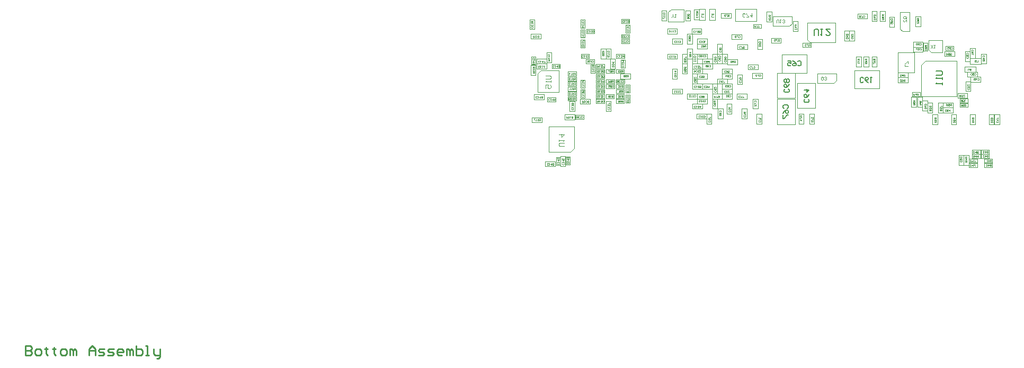
<source format=gbr>
G04 Layer_Color=8388736*
%FSLAX24Y24*%
%MOIN*%
%TF.FileFunction,Other,Bot_Assembly*%
%TF.Part,Single*%
G01*
G75*
%TA.AperFunction,NonConductor*%
%ADD55C,0.0100*%
%ADD88C,0.0039*%
%ADD91C,0.0079*%
%ADD149C,0.0020*%
%ADD150C,0.0032*%
%ADD151C,0.0059*%
D55*
X-30400Y-9600D02*
Y-10200D01*
X-30100D01*
X-30000Y-10100D01*
Y-10000D01*
X-30100Y-9900D01*
X-30400D01*
X-30100D01*
X-30000Y-9800D01*
Y-9700D01*
X-30100Y-9600D01*
X-30400D01*
X-29700Y-10200D02*
X-29500D01*
X-29400Y-10100D01*
Y-9900D01*
X-29500Y-9800D01*
X-29700D01*
X-29800Y-9900D01*
Y-10100D01*
X-29700Y-10200D01*
X-29100Y-9700D02*
Y-9800D01*
X-29200D01*
X-29000D01*
X-29100D01*
Y-10100D01*
X-29000Y-10200D01*
X-28601Y-9700D02*
Y-9800D01*
X-28701D01*
X-28501D01*
X-28601D01*
Y-10100D01*
X-28501Y-10200D01*
X-28101D02*
X-27901D01*
X-27801Y-10100D01*
Y-9900D01*
X-27901Y-9800D01*
X-28101D01*
X-28201Y-9900D01*
Y-10100D01*
X-28101Y-10200D01*
X-27601D02*
Y-9800D01*
X-27501D01*
X-27401Y-9900D01*
Y-10200D01*
Y-9900D01*
X-27301Y-9800D01*
X-27201Y-9900D01*
Y-10200D01*
X-26401D02*
Y-9800D01*
X-26201Y-9600D01*
X-26001Y-9800D01*
Y-10200D01*
Y-9900D01*
X-26401D01*
X-25801Y-10200D02*
X-25502D01*
X-25402Y-10100D01*
X-25502Y-10000D01*
X-25702D01*
X-25801Y-9900D01*
X-25702Y-9800D01*
X-25402D01*
X-25202Y-10200D02*
X-24902D01*
X-24802Y-10100D01*
X-24902Y-10000D01*
X-25102D01*
X-25202Y-9900D01*
X-25102Y-9800D01*
X-24802D01*
X-24302Y-10200D02*
X-24502D01*
X-24602Y-10100D01*
Y-9900D01*
X-24502Y-9800D01*
X-24302D01*
X-24202Y-9900D01*
Y-10000D01*
X-24602D01*
X-24002Y-10200D02*
Y-9800D01*
X-23902D01*
X-23802Y-9900D01*
Y-10200D01*
Y-9900D01*
X-23702Y-9800D01*
X-23602Y-9900D01*
Y-10200D01*
X-23402Y-9600D02*
Y-10200D01*
X-23102D01*
X-23002Y-10100D01*
Y-10000D01*
Y-9900D01*
X-23102Y-9800D01*
X-23402D01*
X-22802Y-10200D02*
X-22603D01*
X-22702D01*
Y-9600D01*
X-22802D01*
X-22303Y-9800D02*
Y-10100D01*
X-22203Y-10200D01*
X-21903D01*
Y-10300D01*
X-22003Y-10400D01*
X-22103D01*
X-21903Y-10200D02*
Y-9800D01*
D88*
X16644Y10527D02*
Y11127D01*
X17844D01*
Y10677D02*
Y11127D01*
X17694Y10527D02*
X17844Y10677D01*
X16644Y10527D02*
X17694D01*
X19439Y6944D02*
Y7544D01*
X20639D01*
Y7094D02*
Y7544D01*
X20489Y6944D02*
X20639Y7094D01*
X19439Y6944D02*
X20489D01*
X24528Y7598D02*
X25551D01*
Y8858D01*
X24528D02*
X25551D01*
X24528Y7598D02*
Y8858D01*
X14291Y10827D02*
Y11614D01*
Y10827D02*
X15630D01*
Y11614D01*
X14291D02*
X15630D01*
X10246Y11575D02*
X11043D01*
X10059Y11388D02*
X10246Y11575D01*
X10059Y10787D02*
Y11388D01*
Y10787D02*
X11043D01*
Y11575D01*
X2543Y2593D02*
Y4207D01*
X4157D01*
Y2829D02*
Y4207D01*
X3921Y2593D02*
X4157Y2829D01*
X2543Y2593D02*
X3921D01*
X2047Y7717D02*
X3189D01*
X1850Y7520D02*
X2047Y7717D01*
X1850Y6378D02*
Y7520D01*
Y6378D02*
X3189D01*
Y7717D01*
X25984Y8051D02*
X26260Y8327D01*
X25984Y6083D02*
Y8051D01*
Y6083D02*
X28228D01*
Y8327D01*
X26260D02*
X28228D01*
X24661Y11387D02*
X25261D01*
Y10187D02*
Y11387D01*
X24811Y10187D02*
X25261D01*
X24661Y10337D02*
X24811Y10187D01*
X24661Y10337D02*
Y11387D01*
X18799Y10728D02*
X20571D01*
X18799Y9675D02*
Y10728D01*
Y9675D02*
X18967Y9508D01*
X20571D01*
Y10728D01*
X26437Y9616D02*
X27323D01*
Y8878D02*
Y9616D01*
X26437Y9045D02*
Y9616D01*
Y9045D02*
X26604Y8878D01*
X27323D01*
X16894Y10730D02*
Y10894D01*
X16927Y10927D01*
X16992D01*
X17025Y10894D01*
Y10730D01*
X17091Y10927D02*
X17156D01*
X17124D01*
Y10730D01*
X17091Y10763D01*
X17255D02*
X17288Y10730D01*
X17353D01*
X17386Y10763D01*
Y10796D01*
X17353Y10828D01*
X17320D01*
X17353D01*
X17386Y10861D01*
Y10894D01*
X17353Y10927D01*
X17288D01*
X17255Y10894D01*
X19821Y7311D02*
Y7180D01*
X19788Y7147D01*
X19722D01*
X19689Y7180D01*
Y7311D01*
X19722Y7344D01*
X19788D01*
X19755Y7279D02*
X19821Y7344D01*
X19788D02*
X19821Y7311D01*
X19886Y7180D02*
X19919Y7147D01*
X19985D01*
X20017Y7180D01*
Y7213D01*
X19985Y7246D01*
X19952D01*
X19985D01*
X20017Y7279D01*
Y7311D01*
X19985Y7344D01*
X19919D01*
X19886Y7311D01*
X25156Y7981D02*
X24959D01*
Y8112D01*
X25156Y8177D02*
Y8309D01*
X25123D01*
X24992Y8177D01*
X24959D01*
X14892Y11122D02*
X14852Y11083D01*
X14774D01*
X14734Y11122D01*
Y11280D01*
X14774Y11319D01*
X14852D01*
X14892Y11280D01*
X14970Y11083D02*
X15128D01*
Y11122D01*
X14970Y11280D01*
Y11319D01*
X15325D02*
Y11083D01*
X15207Y11201D01*
X15364D01*
X10276Y11073D02*
Y11106D01*
X10341Y11171D01*
X10407Y11106D01*
Y11073D01*
X10341Y11171D02*
Y11270D01*
X10472D02*
X10538D01*
X10505D01*
Y11073D01*
X10472Y11106D01*
X3507Y2957D02*
X3245D01*
X3193Y3010D01*
Y3115D01*
X3245Y3167D01*
X3507D01*
X3193Y3272D02*
Y3377D01*
Y3324D01*
X3507D01*
X3455Y3272D01*
X3193Y3692D02*
X3507D01*
X3350Y3534D01*
Y3744D01*
X2362Y7402D02*
X2625D01*
X2677Y7349D01*
Y7244D01*
X2625Y7192D01*
X2362D01*
X2677Y7087D02*
Y6982D01*
Y7034D01*
X2362D01*
X2415Y7087D01*
X2362Y6614D02*
Y6824D01*
X2520D01*
X2467Y6719D01*
Y6667D01*
X2520Y6614D01*
X2625D01*
X2677Y6667D01*
Y6772D01*
X2625Y6824D01*
X25028Y11006D02*
X24897D01*
X24864Y11039D01*
Y11105D01*
X24897Y11137D01*
X25028D01*
X25061Y11105D01*
Y11039D01*
X24995Y11072D02*
X25061Y11006D01*
Y11039D02*
X25028Y11006D01*
X25061Y10809D02*
Y10941D01*
X24929Y10809D01*
X24897D01*
X24864Y10842D01*
Y10908D01*
X24897Y10941D01*
X26594Y9134D02*
X26726Y9331D01*
Y9134D02*
X26594Y9331D01*
X26791D02*
X26857D01*
X26824D01*
Y9134D01*
X26791Y9167D01*
D91*
X26910Y7697D02*
X27238D01*
X27303Y7631D01*
Y7500D01*
X27238Y7434D01*
X26910D01*
X27303Y7303D02*
Y7172D01*
Y7238D01*
X26910D01*
X26975Y7303D01*
X27303Y6975D02*
Y6844D01*
Y6910D01*
X26910D01*
X26975Y6975D01*
D149*
X5827Y9094D02*
X6142D01*
Y8465D02*
Y9094D01*
X5827Y8465D02*
X6142D01*
X5827D02*
Y9094D01*
X3760Y7333D02*
X4272D01*
X3760Y7077D02*
Y7333D01*
Y7077D02*
X4272D01*
Y7333D01*
X27008Y4331D02*
Y4961D01*
X26693D02*
X27008D01*
X26693Y4331D02*
Y4961D01*
Y4331D02*
X27008D01*
X23976Y11102D02*
X24291D01*
Y10472D02*
Y11102D01*
X23976Y10472D02*
X24291D01*
X23976D02*
Y11102D01*
X30453Y1919D02*
Y2175D01*
X29941Y1919D02*
X30453D01*
X29941D02*
Y2175D01*
X30453D01*
X30256Y2195D02*
Y2451D01*
X29744Y2195D02*
X30256D01*
X29744D02*
Y2451D01*
X30256D01*
X29193Y2195D02*
Y2451D01*
X29705D01*
Y2195D02*
Y2451D01*
X29193Y2195D02*
X29705D01*
X28996Y1919D02*
Y2175D01*
X29508D01*
Y1919D02*
Y2175D01*
X28996Y1919D02*
X29508D01*
X30453Y1644D02*
Y1900D01*
X29941Y1644D02*
X30453D01*
X29941D02*
Y1900D01*
X30453D01*
X30256Y2470D02*
Y2726D01*
X29744Y2470D02*
X30256D01*
X29744D02*
Y2726D01*
X30256D01*
X29193Y2470D02*
Y2726D01*
X29705D01*
Y2470D02*
Y2726D01*
X29193Y2470D02*
X29705D01*
X28996Y1644D02*
Y1900D01*
X29508D01*
Y1644D02*
Y1900D01*
X28996Y1644D02*
X29508D01*
X15413Y10384D02*
Y10640D01*
X15925D01*
Y10384D02*
Y10640D01*
X15413Y10384D02*
X15925D01*
X11260Y10039D02*
X11575D01*
Y9409D02*
Y10039D01*
X11260Y9409D02*
X11575D01*
X11260D02*
Y10039D01*
X11890Y9409D02*
X12520D01*
X11890Y9094D02*
Y9409D01*
Y9094D02*
X12520D01*
Y9409D01*
X22874Y10827D02*
X23189D01*
X22874D02*
Y11457D01*
X23189D01*
Y10827D02*
Y11457D01*
X21969Y10984D02*
X22598D01*
Y11299D01*
X21969D02*
X22598D01*
X21969Y10984D02*
Y11299D01*
X22874Y8583D02*
X23189D01*
Y7953D02*
Y8583D01*
X22874Y7953D02*
X23189D01*
X22874D02*
Y8583D01*
X22362Y7953D02*
Y8583D01*
Y7953D02*
X22677D01*
Y8583D01*
X22362D02*
X22677D01*
X23386Y10827D02*
X23701D01*
X23386D02*
Y11457D01*
X23701D01*
Y10827D02*
Y11457D01*
X25630Y10512D02*
Y11142D01*
Y10512D02*
X25945D01*
Y11142D01*
X25630D02*
X25945D01*
X13386Y11339D02*
X14016D01*
X13386Y11024D02*
Y11339D01*
Y11024D02*
X14016D01*
Y11339D01*
X11142Y10866D02*
X11457D01*
X11142D02*
Y11496D01*
X11457D01*
Y10866D02*
Y11496D01*
X16575Y10787D02*
Y11417D01*
X16260D02*
X16575D01*
X16260Y10787D02*
Y11417D01*
Y10787D02*
X16575D01*
X17165Y9449D02*
Y9764D01*
X16535Y9449D02*
X17165D01*
X16535D02*
Y9764D01*
X17165D01*
X1339Y10315D02*
Y10945D01*
Y10315D02*
X1654D01*
Y10945D01*
X1339D02*
X1654D01*
X1417Y9724D02*
X2047D01*
Y10039D01*
X1417D02*
X2047D01*
X1417Y9724D02*
Y10039D01*
X18268Y4370D02*
Y5000D01*
Y4370D02*
X18583D01*
Y5000D01*
X18268D02*
X18583D01*
X19252Y4370D02*
Y5000D01*
X18937D02*
X19252D01*
X18937Y4370D02*
Y5000D01*
Y4370D02*
X19252D01*
X28406Y5699D02*
Y5955D01*
X28917D01*
Y5699D02*
Y5955D01*
X28406Y5699D02*
X28917D01*
X28406Y5423D02*
X28917D01*
Y5679D01*
X28406D02*
X28917D01*
X28406Y5423D02*
Y5679D01*
X27441Y8622D02*
X28071D01*
Y8937D01*
X27441D02*
X28071D01*
X27441Y8622D02*
Y8937D01*
X28268Y5984D02*
Y6299D01*
X28898D01*
Y5984D02*
Y6299D01*
X28268Y5984D02*
X28898D01*
X27874Y4331D02*
X28189D01*
X27874D02*
Y4961D01*
X28189D01*
Y4331D02*
Y4961D01*
X29370Y4331D02*
Y4961D01*
X29055D02*
X29370D01*
X29055Y4331D02*
Y4961D01*
Y4331D02*
X29370D01*
X30236D02*
X30551D01*
X30236D02*
Y4961D01*
X30551D01*
Y4331D02*
Y4961D01*
X25669Y5433D02*
Y6063D01*
X25354D02*
X25669D01*
X25354Y5433D02*
Y6063D01*
Y5433D02*
X25669D01*
X27047Y5079D02*
X27362D01*
X27047D02*
Y5709D01*
X27362D01*
Y5079D02*
Y5709D01*
X1496Y4764D02*
X2126D01*
X1496Y4449D02*
Y4764D01*
Y4449D02*
X2126D01*
Y4764D01*
X3543Y4646D02*
Y4961D01*
X4173D01*
Y4646D02*
Y4961D01*
X3543Y4646D02*
X4173D01*
X12835Y5945D02*
Y6260D01*
X13465D01*
Y5945D02*
Y6260D01*
X12835Y5945D02*
X13465D01*
X12835Y5315D02*
Y5945D01*
Y5315D02*
X13150D01*
Y5945D01*
X12835D02*
X13150D01*
X11575Y6890D02*
X11890D01*
X11575D02*
Y7520D01*
X11890D01*
Y6890D02*
Y7520D01*
X19035Y9203D02*
Y9459D01*
X18524Y9203D02*
X19035D01*
X18524D02*
Y9459D01*
X19035D01*
X21890Y7953D02*
Y8583D01*
Y7953D02*
X22205D01*
Y8583D01*
X21890D02*
X22205D01*
X1417Y7441D02*
X1732D01*
X1417D02*
Y8071D01*
X1732D01*
Y7441D02*
Y8071D01*
X1772Y7835D02*
X2402D01*
Y8150D01*
X1772D02*
X2402D01*
X1772Y7835D02*
Y8150D01*
X4528Y5630D02*
Y5945D01*
X5157D01*
Y5630D02*
Y5945D01*
X4528Y5630D02*
X5157D01*
X7047Y7520D02*
X7677D01*
X7047Y7205D02*
Y7520D01*
Y7205D02*
X7677D01*
Y7520D01*
X10945Y8150D02*
X11260D01*
X10945D02*
Y8780D01*
X11260D01*
Y8150D02*
Y8780D01*
Y7520D02*
Y8150D01*
X10945D02*
X11260D01*
X10945Y7520D02*
Y8150D01*
Y7520D02*
X11260D01*
X6407Y7835D02*
X6722D01*
X6407D02*
Y8465D01*
X6722D01*
Y7835D02*
Y8465D01*
X5522Y6604D02*
Y6860D01*
X6033D01*
Y6604D02*
Y6860D01*
X5522Y6604D02*
X6033D01*
X6161Y6860D02*
X6673D01*
X6161Y6604D02*
Y6860D01*
Y6604D02*
X6673D01*
Y6860D01*
X5522Y6289D02*
Y6545D01*
X6033D01*
Y6289D02*
Y6545D01*
X5522Y6289D02*
X6033D01*
X3760Y6703D02*
X4272D01*
X3760Y6447D02*
Y6703D01*
Y6447D02*
X4272D01*
Y6703D01*
X7293Y6289D02*
Y6545D01*
X6781Y6289D02*
X7293D01*
X6781D02*
Y6545D01*
X7293D01*
X3760Y6388D02*
X4272D01*
X3760Y6132D02*
Y6388D01*
Y6132D02*
X4272D01*
Y6388D01*
X7293Y5974D02*
Y6230D01*
X6781Y5974D02*
X7293D01*
X6781D02*
Y6230D01*
X7293D01*
X3760Y6073D02*
X4272D01*
X3760Y5817D02*
Y6073D01*
Y5817D02*
X4272D01*
Y6073D01*
X7293Y5659D02*
Y5915D01*
X6781Y5659D02*
X7293D01*
X6781D02*
Y5915D01*
X7293D01*
X5522Y5974D02*
X6033D01*
Y6230D01*
X5522D02*
X6033D01*
X5522Y5974D02*
Y6230D01*
X6673Y7549D02*
Y7805D01*
X6161Y7549D02*
X6673D01*
X6161D02*
Y7805D01*
X6673D01*
X6152Y6230D02*
X6663D01*
X6152Y5974D02*
Y6230D01*
Y5974D02*
X6663D01*
Y6230D01*
X6673Y6919D02*
Y7175D01*
X6161Y6919D02*
X6673D01*
X6161D02*
Y7175D01*
X6673D01*
X5522Y5659D02*
X6033D01*
Y5915D01*
X5522D02*
X6033D01*
X5522Y5659D02*
Y5915D01*
Y6919D02*
Y7175D01*
X6033D01*
Y6919D02*
Y7175D01*
X5522Y6919D02*
X6033D01*
X6781Y6860D02*
X7293D01*
X6781Y6604D02*
Y6860D01*
Y6604D02*
X7293D01*
Y6860D01*
X4272Y6762D02*
Y7018D01*
X3760Y6762D02*
X4272D01*
X3760D02*
Y7018D01*
X4272D01*
X5522Y7234D02*
X6033D01*
Y7490D01*
X5522D02*
X6033D01*
X5522Y7234D02*
Y7490D01*
Y7549D02*
Y7805D01*
X6033D01*
Y7549D02*
Y7805D01*
X5522Y7549D02*
X6033D01*
X5522Y7864D02*
X6033D01*
Y8120D01*
X5522D02*
X6033D01*
X5522Y7864D02*
Y8120D01*
X4272Y7392D02*
Y7648D01*
X3760Y7392D02*
X4272D01*
X3760D02*
Y7648D01*
X4272D01*
X6781Y7805D02*
X7293D01*
X6781Y7549D02*
Y7805D01*
Y7549D02*
X7293D01*
Y7805D01*
X28701Y7972D02*
X29409D01*
Y7618D02*
Y7972D01*
X28701Y7618D02*
X29409D01*
X28701D02*
Y7972D01*
X12657Y10906D02*
Y11614D01*
X13012D01*
Y10906D02*
Y11614D01*
X12657Y10906D02*
X13012D01*
X12028D02*
X12382D01*
Y11614D01*
X12028D02*
X12382D01*
X12028Y10906D02*
Y11614D01*
X9646Y11496D02*
X9961D01*
Y10866D02*
Y11496D01*
X9646Y10866D02*
X9961D01*
X9646D02*
Y11496D01*
X27362Y5079D02*
X27992D01*
Y5394D01*
X27362D02*
X27992D01*
X27362Y5079D02*
Y5394D01*
X29055Y9134D02*
X29370D01*
Y8504D02*
Y9134D01*
X29055Y8504D02*
X29370D01*
X29055D02*
Y9134D01*
X29094Y6417D02*
Y7047D01*
X28780D02*
X29094D01*
X28780Y6417D02*
Y7047D01*
Y6417D02*
X29094D01*
X28740Y8937D02*
X29055D01*
Y8307D02*
Y8937D01*
X28740Y8307D02*
X29055D01*
X28740D02*
Y8937D01*
X28898Y7638D02*
X29528D01*
X28898Y7323D02*
Y7638D01*
Y7323D02*
X29528D01*
Y7638D01*
X29724Y7008D02*
Y7323D01*
X29094Y7008D02*
X29724D01*
X29094D02*
Y7323D01*
X29724D01*
X25467Y9528D02*
X26096D01*
X25467Y9213D02*
Y9528D01*
Y9213D02*
X26096D01*
Y9528D01*
Y8898D02*
Y9213D01*
X25467Y8898D02*
X26096D01*
X25467D02*
Y9213D01*
X26096D01*
X24528Y7283D02*
X25157D01*
Y7598D01*
X24528D02*
X25157D01*
X24528Y7283D02*
Y7598D01*
Y6969D02*
Y7283D01*
X25157D01*
Y6969D02*
Y7283D01*
X24528Y6969D02*
X25157D01*
X29764Y8150D02*
Y8780D01*
Y8150D02*
X30079D01*
Y8780D01*
X29764D02*
X30079D01*
X27500Y9262D02*
X28012D01*
X27500Y9006D02*
Y9262D01*
Y9006D02*
X28012D01*
Y9262D01*
X26132Y8957D02*
X26388D01*
X26132D02*
Y9469D01*
X26388D01*
Y8957D02*
Y9469D01*
X30591Y4331D02*
X30906D01*
X30591D02*
Y4961D01*
X30906D01*
Y4331D02*
Y4961D01*
X4744Y4675D02*
Y4931D01*
X4232Y4675D02*
X4744D01*
X4232D02*
Y4931D01*
X4744D01*
X2323Y1693D02*
X2953D01*
Y2008D01*
X2323D02*
X2953D01*
X2323Y1693D02*
Y2008D01*
X3868Y1791D02*
Y2303D01*
X3612D02*
X3868D01*
X3612Y1791D02*
Y2303D01*
Y1791D02*
X3868D01*
X3022Y1752D02*
X3278D01*
X3022D02*
Y2264D01*
X3278D01*
Y1752D02*
Y2264D01*
X3583Y1693D02*
Y2323D01*
X3268D02*
X3583D01*
X3268Y1693D02*
Y2323D01*
Y1693D02*
X3583D01*
X12205Y7520D02*
Y7835D01*
X11575Y7520D02*
X12205D01*
X11575D02*
Y7835D01*
X12205D01*
X11890Y7205D02*
X12520D01*
Y7520D01*
X11890D02*
X12520D01*
X11890Y7205D02*
Y7520D01*
X11575Y7835D02*
Y8150D01*
X12205D01*
Y7835D02*
Y8150D01*
X11575Y7835D02*
X12205D01*
X13465Y7520D02*
X14094D01*
Y7835D01*
X13465D02*
X14094D01*
X13465Y7520D02*
Y7835D01*
X14094Y6575D02*
Y6890D01*
X13465Y6575D02*
X14094D01*
X13465D02*
Y6890D01*
X14094D01*
X13780Y8150D02*
Y8780D01*
X13465D02*
X13780D01*
X13465Y8150D02*
Y8780D01*
Y8150D02*
X13780D01*
X14094Y5945D02*
Y6260D01*
X13465Y5945D02*
X14094D01*
X13465D02*
Y6260D01*
X14094D01*
X13465Y6260D02*
X14094D01*
Y6575D01*
X13465D02*
X14094D01*
X13465Y6260D02*
Y6575D01*
X14094Y7205D02*
Y7520D01*
X13465Y7205D02*
X14094D01*
X13465D02*
Y7520D01*
X14094D01*
X12835Y7835D02*
Y8150D01*
X12205Y7835D02*
X12835D01*
X12205D02*
Y8150D01*
X12835D01*
X11890Y5945D02*
X12520D01*
Y6260D01*
X11890D02*
X12520D01*
X11890Y5945D02*
Y6260D01*
X13150Y8780D02*
X13465D01*
Y8150D02*
Y8780D01*
X13150Y8150D02*
X13465D01*
X13150D02*
Y8780D01*
X13150Y8150D02*
Y8780D01*
X12835D02*
X13150D01*
X12835Y8150D02*
Y8780D01*
Y8150D02*
X13150D01*
X14409Y6850D02*
X14724D01*
X14409D02*
Y7480D01*
X14724D01*
Y6850D02*
Y7480D01*
X12008Y10945D02*
Y11575D01*
X11693D02*
X12008D01*
X11693Y10945D02*
Y11575D01*
Y10945D02*
X12008D01*
X12520Y8465D02*
Y8780D01*
X11890Y8465D02*
X12520D01*
X11890D02*
Y8780D01*
X12520D01*
X10000Y10354D02*
X10630D01*
X10000Y10039D02*
Y10354D01*
Y10039D02*
X10630D01*
Y10354D01*
X10315Y9409D02*
Y9724D01*
X10945D01*
Y9409D02*
Y9724D01*
X10315Y9409D02*
X10945D01*
X10630Y7205D02*
Y7835D01*
X10315D02*
X10630D01*
X10315Y7205D02*
Y7835D01*
Y7205D02*
X10630D01*
X10315Y6260D02*
Y6575D01*
X10945D01*
Y6260D02*
Y6575D01*
X10315Y6260D02*
X10945D01*
X10000Y8465D02*
X10630D01*
Y8780D01*
X10000D02*
X10630D01*
X10000Y8465D02*
Y8780D01*
X15079Y7795D02*
Y8110D01*
X15709D01*
Y7795D02*
Y8110D01*
X15079Y7795D02*
X15709D01*
X15669Y9055D02*
Y9685D01*
Y9055D02*
X15984D01*
Y9685D01*
X15669D02*
X15984D01*
X14370Y5945D02*
X15000D01*
Y6260D01*
X14370D02*
X15000D01*
X14370Y5945D02*
Y6260D01*
X15984Y7244D02*
Y7559D01*
X15354Y7244D02*
X15984D01*
X15354D02*
Y7559D01*
X15984D01*
X11575Y5315D02*
X12205D01*
Y5630D01*
X11575D02*
X12205D01*
X11575Y5315D02*
Y5630D01*
X12835Y6260D02*
X13150D01*
X12835D02*
Y6890D01*
X13150D01*
Y6260D02*
Y6890D01*
X13780D01*
Y7205D01*
X13150D02*
X13780D01*
X13150Y6890D02*
Y7205D01*
X14685Y9685D02*
Y10000D01*
X14055Y9685D02*
X14685D01*
X14055D02*
Y10000D01*
X14685D01*
X14409Y9055D02*
X15039D01*
Y9370D01*
X14409D02*
X15039D01*
X14409Y9055D02*
Y9370D01*
X14685Y4685D02*
X15000D01*
X14685D02*
Y5315D01*
X15000D01*
Y4685D02*
Y5315D01*
X14055Y5000D02*
Y5630D01*
X13740D02*
X14055D01*
X13740Y5000D02*
Y5630D01*
Y5000D02*
X14055D01*
X15394Y5945D02*
X15709D01*
Y5315D02*
Y5945D01*
X15394Y5315D02*
X15709D01*
X15394D02*
Y5945D01*
X15630Y4370D02*
X15945D01*
X15630D02*
Y5000D01*
X15945D01*
Y4370D02*
Y5000D01*
X13780Y8425D02*
X14409D01*
X13780Y8110D02*
Y8425D01*
Y8110D02*
X14409D01*
Y8425D01*
X11535Y10039D02*
Y10354D01*
X12165D01*
Y10039D02*
Y10354D01*
X11535Y10039D02*
X12165D01*
X12205Y8150D02*
X12835D01*
Y8465D01*
X12205D02*
X12835D01*
X12205Y8150D02*
Y8465D01*
Y6575D02*
Y6890D01*
X12835D01*
Y6575D02*
Y6890D01*
X12205Y6575D02*
X12835D01*
X11890Y9409D02*
X12520D01*
Y9724D01*
X11890D02*
X12520D01*
X11890Y9409D02*
Y9724D01*
X13189Y5315D02*
X13504D01*
Y4685D02*
Y5315D01*
X13189Y4685D02*
X13504D01*
X13189D02*
Y5315D01*
X11850Y4685D02*
X12480D01*
Y5000D01*
X11850D02*
X12480D01*
X11850Y4685D02*
Y5000D01*
X12514Y5630D02*
Y5945D01*
X11884Y5630D02*
X12514D01*
X11884D02*
Y5945D01*
X12514D01*
X12795Y4370D02*
Y5000D01*
X12480D02*
X12795D01*
X12480Y4370D02*
Y5000D01*
Y4370D02*
X12795D01*
X11575Y6575D02*
Y6890D01*
X12205D01*
Y6575D02*
Y6890D01*
X11575Y6575D02*
X12205D01*
X21457Y9606D02*
Y10236D01*
X21142D02*
X21457D01*
X21142Y9606D02*
Y10236D01*
Y9606D02*
X21457D01*
X21772D01*
X21457D02*
Y10236D01*
X21772D01*
Y9606D02*
Y10236D01*
X18228Y10197D02*
Y10827D01*
X17913D02*
X18228D01*
X17913Y10197D02*
Y10827D01*
Y10197D02*
X18228D01*
X1772Y8150D02*
Y8465D01*
X2402D01*
Y8150D02*
Y8465D01*
X1772Y8150D02*
X2402D01*
X1614Y5906D02*
X2244D01*
Y6220D01*
X1614D02*
X2244D01*
X1614Y5906D02*
Y6220D01*
X1447Y8602D02*
X1703D01*
Y8091D02*
Y8602D01*
X1447Y8091D02*
X1703D01*
X1447D02*
Y8602D01*
X2736Y7864D02*
X3248D01*
Y8120D01*
X2736D02*
X3248D01*
X2736Y7864D02*
Y8120D01*
X2461Y5778D02*
Y6033D01*
X2972D01*
Y5778D02*
Y6033D01*
X2461Y5778D02*
X2972D01*
X7392Y6319D02*
Y6831D01*
Y6319D02*
X7648D01*
Y6831D01*
X7392D02*
X7648D01*
X7077Y7894D02*
X7333D01*
X7077D02*
Y8406D01*
X7333D01*
Y7894D02*
Y8406D01*
X6791Y8494D02*
X7303D01*
Y8750D01*
X6791D02*
X7303D01*
X6791Y8494D02*
Y8750D01*
X7618Y9439D02*
Y9695D01*
X7106Y9439D02*
X7618D01*
X7106D02*
Y9695D01*
X7618D01*
X7106Y10010D02*
X7618D01*
X7106Y9754D02*
Y10010D01*
Y9754D02*
X7618D01*
Y10010D01*
X7392Y10098D02*
X7648D01*
X7392D02*
Y10610D01*
X7648D01*
Y10098D02*
Y10610D01*
X7106Y10699D02*
X7618D01*
Y10955D01*
X7106D02*
X7618D01*
X7106Y10699D02*
Y10955D01*
X6142Y5157D02*
X6457D01*
X6142D02*
Y5787D01*
X6457D01*
Y5157D02*
Y5787D01*
X6142Y8465D02*
Y9094D01*
Y8465D02*
X6457D01*
Y9094D01*
X6142D02*
X6457D01*
X3858Y5157D02*
X4173D01*
X3858D02*
Y5787D01*
X4173D01*
Y5157D02*
Y5787D01*
X2402Y8228D02*
Y8858D01*
Y8228D02*
X2717D01*
Y8858D01*
X2402D02*
X2717D01*
X4557Y6004D02*
X4813D01*
X4557D02*
Y6516D01*
X4813D01*
Y6004D02*
Y6516D01*
Y6634D02*
Y7146D01*
X4557D02*
X4813D01*
X4557Y6634D02*
Y7146D01*
Y6634D02*
X4813D01*
X5187Y7579D02*
X5443D01*
X5187D02*
Y8091D01*
X5443D01*
Y7579D02*
Y8091D01*
X4587Y8750D02*
X5098D01*
X4587Y8494D02*
Y8750D01*
Y8494D02*
X5098D01*
Y8750D01*
X4557Y9154D02*
X4813D01*
X4557D02*
Y9665D01*
X4813D01*
Y9154D02*
Y9665D01*
X4557Y9783D02*
Y10295D01*
Y9783D02*
X4813D01*
Y10295D01*
X4557D02*
X4813D01*
X4902Y10069D02*
Y10325D01*
X5413D01*
Y10069D02*
Y10325D01*
X4902Y10069D02*
X5413D01*
X4557Y10413D02*
Y10925D01*
Y10413D02*
X4813D01*
Y10925D01*
X4557D02*
X4813D01*
X7303Y6919D02*
Y7175D01*
X6791Y6919D02*
X7303D01*
X6791D02*
Y7175D01*
X7303D01*
X4892Y8435D02*
X5404D01*
X4892Y8179D02*
Y8435D01*
Y8179D02*
X5404D01*
Y8435D01*
X11575Y8780D02*
X11890D01*
Y8150D02*
Y8780D01*
X11575Y8150D02*
X11890D01*
X11575D02*
Y8780D01*
X11260Y6260D02*
X11890D01*
X11260Y5945D02*
Y6260D01*
Y5945D02*
X11890D01*
Y6260D01*
X25748Y5433D02*
X26063D01*
X25748D02*
Y6063D01*
X26063D01*
Y5433D02*
Y6063D01*
X26378Y5197D02*
Y5827D01*
X26063D02*
X26378D01*
X26063Y5197D02*
Y5827D01*
Y5197D02*
X26378D01*
X26378Y5079D02*
X26693D01*
X26378D02*
Y5709D01*
X26693D01*
Y5079D02*
Y5709D01*
X27362Y5709D02*
X27992D01*
X27362Y5394D02*
Y5709D01*
Y5394D02*
X27992D01*
Y5709D01*
X28661Y1772D02*
Y2402D01*
Y1772D02*
X28976D01*
Y2402D01*
X28661D02*
X28976D01*
X28346D02*
X28661D01*
Y1772D02*
Y2402D01*
X28346Y1772D02*
X28661D01*
X28346D02*
Y2402D01*
X7392Y5689D02*
Y6201D01*
Y5689D02*
X7648D01*
Y6201D01*
X7392D02*
X7648D01*
X13465Y8780D02*
Y9409D01*
X13150D02*
X13465D01*
X13150Y8780D02*
Y9409D01*
Y8780D02*
X13465D01*
X29764Y8130D02*
Y8484D01*
X29055D02*
X29764D01*
X29055Y8130D02*
Y8484D01*
Y8130D02*
X29764D01*
X25413Y6093D02*
X25925D01*
Y6348D01*
X25413D02*
X25925D01*
X25413Y6093D02*
Y6348D01*
X11575Y8465D02*
Y9094D01*
X11260D02*
X11575D01*
X11260Y8465D02*
Y9094D01*
Y8465D02*
X11575D01*
X6024Y8976D02*
X5906D01*
Y8917D01*
X5925Y8898D01*
X5965D01*
X5984Y8917D01*
Y8976D01*
Y8937D02*
X6024Y8898D01*
X6004Y8858D02*
X6024Y8839D01*
Y8799D01*
X6004Y8780D01*
X5925D01*
X5906Y8799D01*
Y8839D01*
X5925Y8858D01*
X5945D01*
X5965Y8839D01*
Y8780D01*
X6004Y8740D02*
X6024Y8721D01*
Y8681D01*
X6004Y8662D01*
X5925D01*
X5906Y8681D01*
Y8721D01*
X5925Y8740D01*
X5945D01*
X5965Y8721D01*
Y8662D01*
X4203Y7146D02*
Y7264D01*
X4144D01*
X4124Y7244D01*
Y7205D01*
X4144Y7185D01*
X4203D01*
X4163D02*
X4124Y7146D01*
X4085D02*
X4045D01*
X4065D01*
Y7264D01*
X4085Y7244D01*
X3986Y7146D02*
X3947D01*
X3967D01*
Y7264D01*
X3986Y7244D01*
X3888D02*
X3868Y7264D01*
X3829D01*
X3809Y7244D01*
Y7224D01*
X3829Y7205D01*
X3849D01*
X3829D01*
X3809Y7185D01*
Y7165D01*
X3829Y7146D01*
X3868D01*
X3888Y7165D01*
X26811Y4449D02*
X26929D01*
Y4508D01*
X26909Y4528D01*
X26870D01*
X26850Y4508D01*
Y4449D01*
Y4488D02*
X26811Y4528D01*
X26929Y4646D02*
Y4567D01*
X26870D01*
X26890Y4606D01*
Y4626D01*
X26870Y4646D01*
X26831D01*
X26811Y4626D01*
Y4587D01*
X26831Y4567D01*
X26909Y4685D02*
X26929Y4705D01*
Y4744D01*
X26909Y4764D01*
X26890D01*
X26870Y4744D01*
X26850Y4764D01*
X26831D01*
X26811Y4744D01*
Y4705D01*
X26831Y4685D01*
X26850D01*
X26870Y4705D01*
X26890Y4685D01*
X26909D01*
X26870Y4705D02*
Y4744D01*
X24173Y10984D02*
X24055D01*
Y10925D01*
X24075Y10906D01*
X24114D01*
X24134Y10925D01*
Y10984D01*
Y10945D02*
X24173Y10906D01*
X24055Y10787D02*
X24075Y10827D01*
X24114Y10866D01*
X24154D01*
X24173Y10847D01*
Y10807D01*
X24154Y10787D01*
X24134D01*
X24114Y10807D01*
Y10866D01*
X24055Y10669D02*
Y10748D01*
X24114D01*
X24095Y10709D01*
Y10689D01*
X24114Y10669D01*
X24154D01*
X24173Y10689D01*
Y10728D01*
X24154Y10748D01*
X30384Y1988D02*
Y2106D01*
X30325D01*
X30305Y2087D01*
Y2047D01*
X30325Y2028D01*
X30384D01*
X30345D02*
X30305Y1988D01*
X30207D02*
Y2106D01*
X30266Y2047D01*
X30187D01*
X30148Y1988D02*
X30108D01*
X30128D01*
Y2106D01*
X30148Y2087D01*
X30187Y2264D02*
Y2382D01*
X30128D01*
X30108Y2362D01*
Y2323D01*
X30128Y2303D01*
X30187D01*
X30148D02*
X30108Y2264D01*
X30010D02*
Y2382D01*
X30069Y2323D01*
X29990D01*
X29872Y2264D02*
X29951D01*
X29872Y2342D01*
Y2362D01*
X29892Y2382D01*
X29931D01*
X29951Y2362D01*
X29262Y2382D02*
Y2264D01*
X29321D01*
X29341Y2283D01*
Y2323D01*
X29321Y2343D01*
X29262D01*
X29301D02*
X29341Y2382D01*
X29439D02*
Y2264D01*
X29380Y2323D01*
X29459D01*
X29557Y2382D02*
Y2264D01*
X29498Y2323D01*
X29577D01*
X29065Y2106D02*
Y1988D01*
X29124D01*
X29144Y2008D01*
Y2047D01*
X29124Y2067D01*
X29065D01*
X29104D02*
X29144Y2106D01*
X29242D02*
Y1988D01*
X29183Y2047D01*
X29262D01*
X29301Y1988D02*
X29380D01*
Y2008D01*
X29301Y2087D01*
Y2106D01*
X30384Y1713D02*
Y1831D01*
X30325D01*
X30305Y1811D01*
Y1772D01*
X30325Y1752D01*
X30384D01*
X30345D02*
X30305Y1713D01*
X30207D02*
Y1831D01*
X30266Y1772D01*
X30187D01*
X30148Y1811D02*
X30128Y1831D01*
X30089D01*
X30069Y1811D01*
Y1732D01*
X30089Y1713D01*
X30128D01*
X30148Y1732D01*
Y1811D01*
X30187Y2539D02*
Y2657D01*
X30128D01*
X30108Y2638D01*
Y2598D01*
X30128Y2579D01*
X30187D01*
X30148D02*
X30108Y2539D01*
X30010D02*
Y2657D01*
X30069Y2598D01*
X29990D01*
X29951Y2638D02*
X29931Y2657D01*
X29892D01*
X29872Y2638D01*
Y2618D01*
X29892Y2598D01*
X29912D01*
X29892D01*
X29872Y2579D01*
Y2559D01*
X29892Y2539D01*
X29931D01*
X29951Y2559D01*
X29262Y2657D02*
Y2539D01*
X29321D01*
X29341Y2559D01*
Y2598D01*
X29321Y2618D01*
X29262D01*
X29301D02*
X29341Y2657D01*
X29439D02*
Y2539D01*
X29380Y2598D01*
X29459D01*
X29577Y2539D02*
X29498D01*
Y2598D01*
X29537Y2579D01*
X29557D01*
X29577Y2598D01*
Y2638D01*
X29557Y2657D01*
X29518D01*
X29498Y2638D01*
X29065Y1831D02*
Y1713D01*
X29124D01*
X29144Y1732D01*
Y1772D01*
X29124Y1791D01*
X29065D01*
X29104D02*
X29144Y1831D01*
X29242D02*
Y1713D01*
X29183Y1772D01*
X29262D01*
X29380Y1713D02*
X29340Y1732D01*
X29301Y1772D01*
Y1811D01*
X29321Y1831D01*
X29360D01*
X29380Y1811D01*
Y1791D01*
X29360Y1772D01*
X29301D01*
X15482Y10571D02*
Y10453D01*
X15541D01*
X15561Y10472D01*
Y10512D01*
X15541Y10532D01*
X15482D01*
X15522D02*
X15561Y10571D01*
X15600Y10453D02*
X15679D01*
Y10472D01*
X15600Y10551D01*
Y10571D01*
X15718Y10453D02*
X15797D01*
Y10472D01*
X15718Y10551D01*
Y10571D01*
X11457Y9921D02*
X11339D01*
Y9862D01*
X11358Y9843D01*
X11398D01*
X11417Y9862D01*
Y9921D01*
Y9882D02*
X11457Y9843D01*
X11358Y9803D02*
X11339Y9784D01*
Y9744D01*
X11358Y9724D01*
X11378D01*
X11398Y9744D01*
X11417Y9724D01*
X11437D01*
X11457Y9744D01*
Y9784D01*
X11437Y9803D01*
X11417D01*
X11398Y9784D01*
X11378Y9803D01*
X11358D01*
X11398Y9784D02*
Y9744D01*
X11358Y9685D02*
X11339Y9665D01*
Y9626D01*
X11358Y9606D01*
X11378D01*
X11398Y9626D01*
Y9646D01*
Y9626D01*
X11417Y9606D01*
X11437D01*
X11457Y9626D01*
Y9665D01*
X11437Y9685D01*
X12402Y9213D02*
Y9331D01*
X12343D01*
X12323Y9311D01*
Y9272D01*
X12343Y9252D01*
X12402D01*
X12362D02*
X12323Y9213D01*
X12284Y9311D02*
X12264Y9331D01*
X12224D01*
X12205Y9311D01*
Y9291D01*
X12224Y9272D01*
X12205Y9252D01*
Y9232D01*
X12224Y9213D01*
X12264D01*
X12284Y9232D01*
Y9252D01*
X12264Y9272D01*
X12284Y9291D01*
Y9311D01*
X12264Y9272D02*
X12224D01*
X12165Y9213D02*
X12126D01*
X12146D01*
Y9331D01*
X12165Y9311D01*
X22992Y10945D02*
X23110D01*
Y11004D01*
X23091Y11024D01*
X23051D01*
X23031Y11004D01*
Y10945D01*
Y10984D02*
X22992Y11024D01*
X23110Y11142D02*
X23091Y11102D01*
X23051Y11063D01*
X23012D01*
X22992Y11083D01*
Y11122D01*
X23012Y11142D01*
X23031D01*
X23051Y11122D01*
Y11063D01*
X23091Y11181D02*
X23110Y11201D01*
Y11240D01*
X23091Y11260D01*
X23071D01*
X23051Y11240D01*
X23031Y11260D01*
X23012D01*
X22992Y11240D01*
Y11201D01*
X23012Y11181D01*
X23031D01*
X23051Y11201D01*
X23071Y11181D01*
X23091D01*
X23051Y11201D02*
Y11240D01*
X22087Y11181D02*
Y11063D01*
X22146D01*
X22165Y11083D01*
Y11122D01*
X22146Y11142D01*
X22087D01*
X22126D02*
X22165Y11181D01*
X22205Y11063D02*
X22283D01*
Y11083D01*
X22205Y11161D01*
Y11181D01*
X22323Y11083D02*
X22342Y11063D01*
X22382D01*
X22401Y11083D01*
Y11161D01*
X22382Y11181D01*
X22342D01*
X22323Y11161D01*
Y11083D01*
X23071Y8465D02*
X22953D01*
Y8406D01*
X22972Y8386D01*
X23012D01*
X23032Y8406D01*
Y8465D01*
Y8425D02*
X23071Y8386D01*
X22953Y8268D02*
X22972Y8307D01*
X23012Y8346D01*
X23051D01*
X23071Y8327D01*
Y8287D01*
X23051Y8268D01*
X23032D01*
X23012Y8287D01*
Y8346D01*
X22953Y8228D02*
Y8150D01*
X22972D01*
X23051Y8228D01*
X23071D01*
X22559Y8465D02*
X22441D01*
Y8406D01*
X22461Y8386D01*
X22500D01*
X22520Y8406D01*
Y8465D01*
Y8425D02*
X22559Y8386D01*
X22441Y8268D02*
X22461Y8307D01*
X22500Y8346D01*
X22539D01*
X22559Y8327D01*
Y8287D01*
X22539Y8268D01*
X22520D01*
X22500Y8287D01*
Y8346D01*
X22539Y8228D02*
X22559Y8209D01*
Y8169D01*
X22539Y8150D01*
X22461D01*
X22441Y8169D01*
Y8209D01*
X22461Y8228D01*
X22480D01*
X22500Y8209D01*
Y8150D01*
X23504Y10945D02*
X23622D01*
Y11004D01*
X23602Y11024D01*
X23563D01*
X23543Y11004D01*
Y10945D01*
Y10984D02*
X23504Y11024D01*
X23622Y11142D02*
X23602Y11102D01*
X23563Y11063D01*
X23524D01*
X23504Y11083D01*
Y11122D01*
X23524Y11142D01*
X23543D01*
X23563Y11122D01*
Y11063D01*
X23622Y11260D02*
X23602Y11220D01*
X23563Y11181D01*
X23524D01*
X23504Y11201D01*
Y11240D01*
X23524Y11260D01*
X23543D01*
X23563Y11240D01*
Y11181D01*
X25827Y11024D02*
X25709D01*
Y10965D01*
X25728Y10945D01*
X25768D01*
X25787Y10965D01*
Y11024D01*
Y10984D02*
X25827Y10945D01*
X25709Y10827D02*
X25728Y10866D01*
X25768Y10906D01*
X25807D01*
X25827Y10886D01*
Y10847D01*
X25807Y10827D01*
X25787D01*
X25768Y10847D01*
Y10906D01*
X25827Y10709D02*
Y10787D01*
X25748Y10709D01*
X25728D01*
X25709Y10728D01*
Y10768D01*
X25728Y10787D01*
X13898Y11142D02*
Y11260D01*
X13839D01*
X13819Y11240D01*
Y11201D01*
X13839Y11181D01*
X13898D01*
X13858D02*
X13819Y11142D01*
X13780Y11260D02*
X13701D01*
Y11240D01*
X13780Y11161D01*
Y11142D01*
X13661Y11240D02*
X13642Y11260D01*
X13602D01*
X13583Y11240D01*
Y11220D01*
X13602Y11201D01*
X13583Y11181D01*
Y11161D01*
X13602Y11142D01*
X13642D01*
X13661Y11161D01*
Y11181D01*
X13642Y11201D01*
X13661Y11220D01*
Y11240D01*
X13642Y11201D02*
X13602D01*
X11260Y10984D02*
X11378D01*
Y11043D01*
X11358Y11063D01*
X11319D01*
X11299Y11043D01*
Y10984D01*
Y11024D02*
X11260Y11063D01*
X11358Y11102D02*
X11378Y11122D01*
Y11161D01*
X11358Y11181D01*
X11339D01*
X11319Y11161D01*
X11299Y11181D01*
X11280D01*
X11260Y11161D01*
Y11122D01*
X11280Y11102D01*
X11299D01*
X11319Y11122D01*
X11339Y11102D01*
X11358D01*
X11319Y11122D02*
Y11161D01*
X11378Y11299D02*
Y11220D01*
X11319D01*
X11339Y11260D01*
Y11279D01*
X11319Y11299D01*
X11280D01*
X11260Y11279D01*
Y11240D01*
X11280Y11220D01*
X16378Y10906D02*
X16496D01*
Y10965D01*
X16476Y10984D01*
X16437D01*
X16417Y10965D01*
Y10906D01*
Y10945D02*
X16378Y10984D01*
X16496Y11024D02*
Y11102D01*
X16476D01*
X16398Y11024D01*
X16378D01*
X16496Y11220D02*
X16476Y11181D01*
X16437Y11142D01*
X16398D01*
X16378Y11161D01*
Y11201D01*
X16398Y11220D01*
X16417D01*
X16437Y11201D01*
Y11142D01*
X17047Y9567D02*
Y9685D01*
X16988D01*
X16969Y9665D01*
Y9626D01*
X16988Y9606D01*
X17047D01*
X17008D02*
X16969Y9567D01*
X16929Y9685D02*
X16850D01*
Y9665D01*
X16929Y9587D01*
Y9567D01*
X16732Y9685D02*
X16811D01*
Y9626D01*
X16772Y9646D01*
X16752D01*
X16732Y9626D01*
Y9587D01*
X16752Y9567D01*
X16791D01*
X16811Y9587D01*
X1535Y10827D02*
X1417D01*
Y10768D01*
X1437Y10748D01*
X1476D01*
X1496Y10768D01*
Y10827D01*
Y10787D02*
X1535Y10748D01*
Y10709D02*
Y10669D01*
Y10689D01*
X1417D01*
X1437Y10709D01*
X1535Y10532D02*
Y10610D01*
X1457Y10532D01*
X1437D01*
X1417Y10551D01*
Y10591D01*
X1437Y10610D01*
Y10492D02*
X1417Y10473D01*
Y10433D01*
X1437Y10414D01*
X1516D01*
X1535Y10433D01*
Y10473D01*
X1516Y10492D01*
X1437D01*
X1535Y9921D02*
Y9803D01*
X1594D01*
X1614Y9823D01*
Y9862D01*
X1594Y9882D01*
X1535D01*
X1575D02*
X1614Y9921D01*
X1654D02*
X1693D01*
X1673D01*
Y9803D01*
X1654Y9823D01*
X1752Y9921D02*
X1791D01*
X1772D01*
Y9803D01*
X1752Y9823D01*
X1850D02*
X1870Y9803D01*
X1909D01*
X1929Y9823D01*
Y9843D01*
X1909Y9862D01*
X1929Y9882D01*
Y9902D01*
X1909Y9921D01*
X1870D01*
X1850Y9902D01*
Y9882D01*
X1870Y9862D01*
X1850Y9843D01*
Y9823D01*
X1870Y9862D02*
X1909D01*
X18465Y4882D02*
X18346D01*
Y4823D01*
X18366Y4803D01*
X18406D01*
X18425Y4823D01*
Y4882D01*
Y4843D02*
X18465Y4803D01*
X18346Y4764D02*
Y4685D01*
X18366D01*
X18445Y4764D01*
X18465D01*
Y4587D02*
X18346D01*
X18406Y4646D01*
Y4567D01*
X19055Y4488D02*
X19173D01*
Y4547D01*
X19154Y4567D01*
X19114D01*
X19094Y4547D01*
Y4488D01*
Y4528D02*
X19055Y4567D01*
X19173Y4606D02*
Y4685D01*
X19154D01*
X19075Y4606D01*
X19055D01*
Y4803D02*
Y4724D01*
X19134Y4803D01*
X19154D01*
X19173Y4783D01*
Y4744D01*
X19154Y4724D01*
X28474Y5886D02*
Y5768D01*
X28533D01*
X28553Y5787D01*
Y5827D01*
X28533Y5846D01*
X28474D01*
X28514D02*
X28553Y5886D01*
X28671Y5768D02*
X28592D01*
Y5827D01*
X28632Y5807D01*
X28652D01*
X28671Y5827D01*
Y5866D01*
X28652Y5886D01*
X28612D01*
X28592Y5866D01*
X28711Y5886D02*
X28750D01*
X28730D01*
Y5768D01*
X28711Y5787D01*
X28474Y5610D02*
Y5492D01*
X28533D01*
X28553Y5512D01*
Y5551D01*
X28533Y5571D01*
X28474D01*
X28514D02*
X28553Y5610D01*
X28671Y5492D02*
X28592D01*
Y5551D01*
X28632Y5532D01*
X28652D01*
X28671Y5551D01*
Y5591D01*
X28652Y5610D01*
X28612D01*
X28592Y5591D01*
X28711Y5512D02*
X28730Y5492D01*
X28770D01*
X28789Y5512D01*
Y5591D01*
X28770Y5610D01*
X28730D01*
X28711Y5591D01*
Y5512D01*
X27559Y8819D02*
Y8701D01*
X27618D01*
X27638Y8721D01*
Y8760D01*
X27618Y8780D01*
X27559D01*
X27598D02*
X27638Y8819D01*
X27756Y8701D02*
X27677D01*
Y8760D01*
X27716Y8740D01*
X27736D01*
X27756Y8760D01*
Y8799D01*
X27736Y8819D01*
X27697D01*
X27677Y8799D01*
X27874Y8701D02*
X27795D01*
Y8760D01*
X27835Y8740D01*
X27854D01*
X27874Y8760D01*
Y8799D01*
X27854Y8819D01*
X27815D01*
X27795Y8799D01*
X28386Y6181D02*
Y6063D01*
X28445D01*
X28465Y6083D01*
Y6122D01*
X28445Y6142D01*
X28386D01*
X28425D02*
X28465Y6181D01*
X28583Y6063D02*
X28504D01*
Y6122D01*
X28543Y6102D01*
X28563D01*
X28583Y6122D01*
Y6161D01*
X28563Y6181D01*
X28524D01*
X28504Y6161D01*
X28701Y6181D02*
X28622D01*
X28701Y6102D01*
Y6083D01*
X28681Y6063D01*
X28642D01*
X28622Y6083D01*
X27992Y4449D02*
X28110D01*
Y4508D01*
X28091Y4528D01*
X28051D01*
X28031Y4508D01*
Y4449D01*
Y4488D02*
X27992Y4528D01*
X28110Y4646D02*
Y4567D01*
X28051D01*
X28071Y4606D01*
Y4626D01*
X28051Y4646D01*
X28012D01*
X27992Y4626D01*
Y4587D01*
X28012Y4567D01*
X27992Y4744D02*
X28110D01*
X28051Y4685D01*
Y4764D01*
X29173Y4449D02*
X29291D01*
Y4508D01*
X29272Y4528D01*
X29232D01*
X29213Y4508D01*
Y4449D01*
Y4488D02*
X29173Y4528D01*
Y4626D02*
X29291D01*
X29232Y4567D01*
Y4646D01*
X29272Y4685D02*
X29291Y4705D01*
Y4744D01*
X29272Y4764D01*
X29252D01*
X29232Y4744D01*
X29213Y4764D01*
X29193D01*
X29173Y4744D01*
Y4705D01*
X29193Y4685D01*
X29213D01*
X29232Y4705D01*
X29252Y4685D01*
X29272D01*
X29232Y4705D02*
Y4744D01*
X30354Y4449D02*
X30472D01*
Y4508D01*
X30453Y4528D01*
X30413D01*
X30394Y4508D01*
Y4449D01*
Y4488D02*
X30354Y4528D01*
X30453Y4567D02*
X30472Y4587D01*
Y4626D01*
X30453Y4646D01*
X30433D01*
X30413Y4626D01*
Y4606D01*
Y4626D01*
X30394Y4646D01*
X30374D01*
X30354Y4626D01*
Y4587D01*
X30374Y4567D01*
Y4685D02*
X30354Y4705D01*
Y4744D01*
X30374Y4764D01*
X30453D01*
X30472Y4744D01*
Y4705D01*
X30453Y4685D01*
X30433D01*
X30413Y4705D01*
Y4764D01*
X25472Y5551D02*
X25591D01*
Y5610D01*
X25571Y5630D01*
X25531D01*
X25512Y5610D01*
Y5551D01*
Y5591D02*
X25472Y5630D01*
X25591Y5748D02*
X25571Y5709D01*
X25531Y5669D01*
X25492D01*
X25472Y5689D01*
Y5728D01*
X25492Y5748D01*
X25512D01*
X25531Y5728D01*
Y5669D01*
X25472Y5846D02*
X25591D01*
X25531Y5787D01*
Y5866D01*
X27165Y5197D02*
X27283D01*
Y5256D01*
X27264Y5276D01*
X27224D01*
X27205Y5256D01*
Y5197D01*
Y5236D02*
X27165Y5276D01*
X27283Y5394D02*
Y5315D01*
X27224D01*
X27244Y5354D01*
Y5374D01*
X27224Y5394D01*
X27185D01*
X27165Y5374D01*
Y5335D01*
X27185Y5315D01*
X27283Y5433D02*
Y5512D01*
X27264D01*
X27185Y5433D01*
X27165D01*
X2008Y4567D02*
Y4685D01*
X1949D01*
X1929Y4665D01*
Y4626D01*
X1949Y4606D01*
X2008D01*
X1969D02*
X1929Y4567D01*
X1890D02*
X1850D01*
X1870D01*
Y4685D01*
X1890Y4665D01*
X1791Y4567D02*
X1752D01*
X1772D01*
Y4685D01*
X1791Y4665D01*
X1693Y4685D02*
X1614D01*
Y4665D01*
X1693Y4587D01*
Y4567D01*
X3661Y4843D02*
Y4724D01*
X3720D01*
X3740Y4744D01*
Y4783D01*
X3720Y4803D01*
X3661D01*
X3701D02*
X3740Y4843D01*
X3779D02*
X3819D01*
X3799D01*
Y4724D01*
X3779Y4744D01*
X3878Y4843D02*
X3917D01*
X3898D01*
Y4724D01*
X3878Y4744D01*
X4055Y4724D02*
X3976D01*
Y4783D01*
X4016Y4764D01*
X4035D01*
X4055Y4783D01*
Y4823D01*
X4035Y4843D01*
X3996D01*
X3976Y4823D01*
X12953Y6142D02*
Y6024D01*
X13012D01*
X13031Y6043D01*
Y6083D01*
X13012Y6102D01*
X12953D01*
X12992D02*
X13031Y6142D01*
X13071Y6024D02*
X13150D01*
Y6043D01*
X13071Y6122D01*
Y6142D01*
X13189Y6122D02*
X13209Y6142D01*
X13248D01*
X13268Y6122D01*
Y6043D01*
X13248Y6024D01*
X13209D01*
X13189Y6043D01*
Y6063D01*
X13209Y6083D01*
X13268D01*
X13032Y5827D02*
X12913D01*
Y5768D01*
X12933Y5748D01*
X12972D01*
X12992Y5768D01*
Y5827D01*
Y5787D02*
X13032Y5748D01*
X12933Y5709D02*
X12913Y5689D01*
Y5650D01*
X12933Y5630D01*
X12953D01*
X12972Y5650D01*
X12992Y5630D01*
X13012D01*
X13032Y5650D01*
Y5689D01*
X13012Y5709D01*
X12992D01*
X12972Y5689D01*
X12953Y5709D01*
X12933D01*
X12972Y5689D02*
Y5650D01*
X12933Y5591D02*
X12913Y5571D01*
Y5532D01*
X12933Y5512D01*
X13012D01*
X13032Y5532D01*
Y5571D01*
X13012Y5591D01*
X12933D01*
X11693Y7008D02*
X11811D01*
Y7067D01*
X11791Y7087D01*
X11752D01*
X11732Y7067D01*
Y7008D01*
Y7047D02*
X11693Y7087D01*
X11791Y7126D02*
X11811Y7146D01*
Y7185D01*
X11791Y7205D01*
X11772D01*
X11752Y7185D01*
X11732Y7205D01*
X11713D01*
X11693Y7185D01*
Y7146D01*
X11713Y7126D01*
X11732D01*
X11752Y7146D01*
X11772Y7126D01*
X11791D01*
X11752Y7146D02*
Y7185D01*
X11693Y7323D02*
Y7244D01*
X11772Y7323D01*
X11791D01*
X11811Y7303D01*
Y7264D01*
X11791Y7244D01*
X18967Y9272D02*
Y9390D01*
X18908D01*
X18888Y9370D01*
Y9331D01*
X18908Y9311D01*
X18967D01*
X18927D02*
X18888Y9272D01*
X18848Y9390D02*
X18770D01*
Y9370D01*
X18848Y9291D01*
Y9272D01*
X18730Y9370D02*
X18711Y9390D01*
X18671D01*
X18652Y9370D01*
Y9350D01*
X18671Y9331D01*
X18691D01*
X18671D01*
X18652Y9311D01*
Y9291D01*
X18671Y9272D01*
X18711D01*
X18730Y9291D01*
X22087Y8465D02*
X21969D01*
Y8406D01*
X21988Y8386D01*
X22028D01*
X22047Y8406D01*
Y8465D01*
Y8425D02*
X22087Y8386D01*
X21969Y8346D02*
Y8268D01*
X21988D01*
X22067Y8346D01*
X22087D01*
Y8228D02*
Y8189D01*
Y8209D01*
X21969D01*
X21988Y8228D01*
X1535Y7559D02*
X1654D01*
Y7618D01*
X1634Y7638D01*
X1594D01*
X1575Y7618D01*
Y7559D01*
Y7598D02*
X1535Y7638D01*
Y7677D02*
Y7716D01*
Y7697D01*
X1654D01*
X1634Y7677D01*
X1535Y7776D02*
Y7815D01*
Y7795D01*
X1654D01*
X1634Y7776D01*
X1555Y7874D02*
X1535Y7894D01*
Y7933D01*
X1555Y7953D01*
X1634D01*
X1654Y7933D01*
Y7894D01*
X1634Y7874D01*
X1614D01*
X1594Y7894D01*
Y7953D01*
X1890Y8031D02*
Y7913D01*
X1949D01*
X1968Y7933D01*
Y7972D01*
X1949Y7992D01*
X1890D01*
X1929D02*
X1968Y8031D01*
X2008D02*
X2047D01*
X2028D01*
Y7913D01*
X2008Y7933D01*
X2106Y8031D02*
X2146D01*
X2126D01*
Y7913D01*
X2106Y7933D01*
X2283Y7913D02*
X2244Y7933D01*
X2205Y7972D01*
Y8012D01*
X2224Y8031D01*
X2264D01*
X2283Y8012D01*
Y7992D01*
X2264Y7972D01*
X2205D01*
X4646Y5827D02*
Y5709D01*
X4705D01*
X4724Y5728D01*
Y5768D01*
X4705Y5787D01*
X4646D01*
X4685D02*
X4724Y5827D01*
X4764D02*
X4803D01*
X4783D01*
Y5709D01*
X4764Y5728D01*
X4862D02*
X4882Y5709D01*
X4921D01*
X4941Y5728D01*
Y5807D01*
X4921Y5827D01*
X4882D01*
X4862Y5807D01*
Y5728D01*
X4980D02*
X5000Y5709D01*
X5039D01*
X5059Y5728D01*
Y5748D01*
X5039Y5768D01*
X5059Y5787D01*
Y5807D01*
X5039Y5827D01*
X5000D01*
X4980Y5807D01*
Y5787D01*
X5000Y5768D01*
X4980Y5748D01*
Y5728D01*
X5000Y5768D02*
X5039D01*
X7559Y7323D02*
Y7441D01*
X7500D01*
X7480Y7421D01*
Y7382D01*
X7500Y7362D01*
X7559D01*
X7520D02*
X7480Y7323D01*
X7441Y7421D02*
X7421Y7441D01*
X7382D01*
X7362Y7421D01*
Y7402D01*
X7382Y7382D01*
X7362Y7362D01*
Y7343D01*
X7382Y7323D01*
X7421D01*
X7441Y7343D01*
Y7362D01*
X7421Y7382D01*
X7441Y7402D01*
Y7421D01*
X7421Y7382D02*
X7382D01*
X7323Y7421D02*
X7303Y7441D01*
X7264D01*
X7244Y7421D01*
Y7402D01*
X7264Y7382D01*
X7244Y7362D01*
Y7343D01*
X7264Y7323D01*
X7303D01*
X7323Y7343D01*
Y7362D01*
X7303Y7382D01*
X7323Y7402D01*
Y7421D01*
X7303Y7382D02*
X7264D01*
X11063Y8268D02*
X11181D01*
Y8327D01*
X11161Y8346D01*
X11122D01*
X11102Y8327D01*
Y8268D01*
Y8307D02*
X11063Y8346D01*
X11161Y8386D02*
X11181Y8405D01*
Y8445D01*
X11161Y8464D01*
X11142D01*
X11122Y8445D01*
X11102Y8464D01*
X11083D01*
X11063Y8445D01*
Y8405D01*
X11083Y8386D01*
X11102D01*
X11122Y8405D01*
X11142Y8386D01*
X11161D01*
X11122Y8405D02*
Y8445D01*
X11181Y8504D02*
Y8583D01*
X11161D01*
X11083Y8504D01*
X11063D01*
Y7638D02*
X11181D01*
Y7697D01*
X11161Y7717D01*
X11122D01*
X11102Y7697D01*
Y7638D01*
Y7677D02*
X11063Y7717D01*
X11161Y7756D02*
X11181Y7776D01*
Y7815D01*
X11161Y7835D01*
X11142D01*
X11122Y7815D01*
X11102Y7835D01*
X11083D01*
X11063Y7815D01*
Y7776D01*
X11083Y7756D01*
X11102D01*
X11122Y7776D01*
X11142Y7756D01*
X11161D01*
X11122Y7776D02*
Y7815D01*
X11181Y7953D02*
X11161Y7913D01*
X11122Y7874D01*
X11083D01*
X11063Y7894D01*
Y7933D01*
X11083Y7953D01*
X11102D01*
X11122Y7933D01*
Y7874D01*
X6526Y7953D02*
X6644D01*
Y8012D01*
X6624Y8031D01*
X6585D01*
X6565Y8012D01*
Y7953D01*
Y7992D02*
X6526Y8031D01*
X6545Y8071D02*
X6526Y8091D01*
Y8130D01*
X6545Y8150D01*
X6624D01*
X6644Y8130D01*
Y8091D01*
X6624Y8071D01*
X6604D01*
X6585Y8091D01*
Y8150D01*
X6526Y8248D02*
X6644D01*
X6585Y8189D01*
Y8268D01*
X5591Y6791D02*
Y6673D01*
X5650D01*
X5669Y6693D01*
Y6732D01*
X5650Y6752D01*
X5591D01*
X5630D02*
X5669Y6791D01*
X5709D02*
X5748D01*
X5728D01*
Y6673D01*
X5709Y6693D01*
X5807D02*
X5827Y6673D01*
X5866D01*
X5886Y6693D01*
Y6772D01*
X5866Y6791D01*
X5827D01*
X5807Y6772D01*
Y6693D01*
X5925D02*
X5945Y6673D01*
X5984D01*
X6004Y6693D01*
Y6713D01*
X5984Y6732D01*
X5964D01*
X5984D01*
X6004Y6752D01*
Y6772D01*
X5984Y6791D01*
X5945D01*
X5925Y6772D01*
X6604Y6673D02*
Y6791D01*
X6545D01*
X6526Y6772D01*
Y6732D01*
X6545Y6713D01*
X6604D01*
X6565D02*
X6526Y6673D01*
X6486Y6693D02*
X6467Y6673D01*
X6427D01*
X6408Y6693D01*
Y6772D01*
X6427Y6791D01*
X6467D01*
X6486Y6772D01*
Y6752D01*
X6467Y6732D01*
X6408D01*
X6289Y6791D02*
X6368D01*
Y6732D01*
X6329Y6752D01*
X6309D01*
X6289Y6732D01*
Y6693D01*
X6309Y6673D01*
X6349D01*
X6368Y6693D01*
X5591Y6476D02*
Y6358D01*
X5650D01*
X5669Y6378D01*
Y6417D01*
X5650Y6437D01*
X5591D01*
X5630D02*
X5669Y6476D01*
X5709D02*
X5748D01*
X5728D01*
Y6358D01*
X5709Y6378D01*
X5807D02*
X5827Y6358D01*
X5866D01*
X5886Y6378D01*
Y6457D01*
X5866Y6476D01*
X5827D01*
X5807Y6457D01*
Y6378D01*
X6004Y6476D02*
X5925D01*
X6004Y6398D01*
Y6378D01*
X5984Y6358D01*
X5945D01*
X5925Y6378D01*
X4203Y6516D02*
Y6634D01*
X4144D01*
X4124Y6614D01*
Y6575D01*
X4144Y6555D01*
X4203D01*
X4163D02*
X4124Y6516D01*
X4085D02*
X4045D01*
X4065D01*
Y6634D01*
X4085Y6614D01*
X3986Y6516D02*
X3947D01*
X3967D01*
Y6634D01*
X3986Y6614D01*
X3888Y6516D02*
X3849D01*
X3868D01*
Y6634D01*
X3888Y6614D01*
X7224Y6358D02*
Y6476D01*
X7165D01*
X7146Y6457D01*
Y6417D01*
X7165Y6398D01*
X7224D01*
X7185D02*
X7146Y6358D01*
X7106Y6378D02*
X7087Y6358D01*
X7047D01*
X7028Y6378D01*
Y6457D01*
X7047Y6476D01*
X7087D01*
X7106Y6457D01*
Y6437D01*
X7087Y6417D01*
X7028D01*
X6988Y6358D02*
X6949D01*
X6969D01*
Y6476D01*
X6988Y6457D01*
X4203Y6201D02*
Y6319D01*
X4144D01*
X4124Y6299D01*
Y6260D01*
X4144Y6240D01*
X4203D01*
X4163D02*
X4124Y6201D01*
X4085D02*
X4045D01*
X4065D01*
Y6319D01*
X4085Y6299D01*
X3986Y6201D02*
X3947D01*
X3967D01*
Y6319D01*
X3986Y6299D01*
X3888D02*
X3868Y6319D01*
X3829D01*
X3809Y6299D01*
Y6220D01*
X3829Y6201D01*
X3868D01*
X3888Y6220D01*
Y6299D01*
X7224Y6043D02*
Y6161D01*
X7165D01*
X7146Y6142D01*
Y6102D01*
X7165Y6083D01*
X7224D01*
X7185D02*
X7146Y6043D01*
X7106Y6063D02*
X7087Y6043D01*
X7047D01*
X7028Y6063D01*
Y6142D01*
X7047Y6161D01*
X7087D01*
X7106Y6142D01*
Y6122D01*
X7087Y6102D01*
X7028D01*
X6988Y6142D02*
X6969Y6161D01*
X6929D01*
X6910Y6142D01*
Y6063D01*
X6929Y6043D01*
X6969D01*
X6988Y6063D01*
Y6142D01*
X4203Y5886D02*
Y6004D01*
X4144D01*
X4124Y5984D01*
Y5945D01*
X4144Y5925D01*
X4203D01*
X4163D02*
X4124Y5886D01*
X4085D02*
X4045D01*
X4065D01*
Y6004D01*
X4085Y5984D01*
X3986D02*
X3967Y6004D01*
X3927D01*
X3908Y5984D01*
Y5906D01*
X3927Y5886D01*
X3967D01*
X3986Y5906D01*
Y5984D01*
X3868Y5906D02*
X3849Y5886D01*
X3809D01*
X3789Y5906D01*
Y5984D01*
X3809Y6004D01*
X3849D01*
X3868Y5984D01*
Y5965D01*
X3849Y5945D01*
X3789D01*
X7224Y5728D02*
Y5846D01*
X7165D01*
X7146Y5827D01*
Y5787D01*
X7165Y5768D01*
X7224D01*
X7185D02*
X7146Y5728D01*
X7106Y5827D02*
X7087Y5846D01*
X7047D01*
X7028Y5827D01*
Y5807D01*
X7047Y5787D01*
X7028Y5768D01*
Y5748D01*
X7047Y5728D01*
X7087D01*
X7106Y5748D01*
Y5768D01*
X7087Y5787D01*
X7106Y5807D01*
Y5827D01*
X7087Y5787D02*
X7047D01*
X6988Y5748D02*
X6969Y5728D01*
X6929D01*
X6910Y5748D01*
Y5827D01*
X6929Y5846D01*
X6969D01*
X6988Y5827D01*
Y5807D01*
X6969Y5787D01*
X6910D01*
X5591Y6161D02*
Y6043D01*
X5650D01*
X5669Y6063D01*
Y6102D01*
X5650Y6122D01*
X5591D01*
X5630D02*
X5669Y6161D01*
X5709D02*
X5748D01*
X5728D01*
Y6043D01*
X5709Y6063D01*
X5807D02*
X5827Y6043D01*
X5866D01*
X5886Y6063D01*
Y6142D01*
X5866Y6161D01*
X5827D01*
X5807Y6142D01*
Y6063D01*
X5925Y6161D02*
X5964D01*
X5945D01*
Y6043D01*
X5925Y6063D01*
X6604Y7618D02*
Y7736D01*
X6545D01*
X6526Y7717D01*
Y7677D01*
X6545Y7657D01*
X6604D01*
X6565D02*
X6526Y7618D01*
X6486Y7638D02*
X6467Y7618D01*
X6427D01*
X6408Y7638D01*
Y7717D01*
X6427Y7736D01*
X6467D01*
X6486Y7717D01*
Y7697D01*
X6467Y7677D01*
X6408D01*
X6368Y7736D02*
X6289D01*
Y7717D01*
X6368Y7638D01*
Y7618D01*
X6594Y6043D02*
Y6161D01*
X6535D01*
X6516Y6142D01*
Y6102D01*
X6535Y6083D01*
X6594D01*
X6555D02*
X6516Y6043D01*
X6476Y6063D02*
X6457Y6043D01*
X6417D01*
X6398Y6063D01*
Y6142D01*
X6417Y6161D01*
X6457D01*
X6476Y6142D01*
Y6122D01*
X6457Y6102D01*
X6398D01*
X6358Y6142D02*
X6339Y6161D01*
X6299D01*
X6280Y6142D01*
Y6122D01*
X6299Y6102D01*
X6280Y6083D01*
Y6063D01*
X6299Y6043D01*
X6339D01*
X6358Y6063D01*
Y6083D01*
X6339Y6102D01*
X6358Y6122D01*
Y6142D01*
X6339Y6102D02*
X6299D01*
X6604Y6988D02*
Y7106D01*
X6545D01*
X6526Y7087D01*
Y7047D01*
X6545Y7028D01*
X6604D01*
X6565D02*
X6526Y6988D01*
X6486Y7008D02*
X6467Y6988D01*
X6427D01*
X6408Y7008D01*
Y7087D01*
X6427Y7106D01*
X6467D01*
X6486Y7087D01*
Y7067D01*
X6467Y7047D01*
X6408D01*
X6289Y7106D02*
X6329Y7087D01*
X6368Y7047D01*
Y7008D01*
X6349Y6988D01*
X6309D01*
X6289Y7008D01*
Y7028D01*
X6309Y7047D01*
X6368D01*
X5591Y5846D02*
Y5728D01*
X5650D01*
X5669Y5748D01*
Y5787D01*
X5650Y5807D01*
X5591D01*
X5630D02*
X5669Y5846D01*
X5709D02*
X5748D01*
X5728D01*
Y5728D01*
X5709Y5748D01*
X5807D02*
X5827Y5728D01*
X5866D01*
X5886Y5748D01*
Y5827D01*
X5866Y5846D01*
X5827D01*
X5807Y5827D01*
Y5748D01*
X5925D02*
X5945Y5728D01*
X5984D01*
X6004Y5748D01*
Y5827D01*
X5984Y5846D01*
X5945D01*
X5925Y5827D01*
Y5748D01*
X5591Y7106D02*
Y6988D01*
X5650D01*
X5669Y7008D01*
Y7047D01*
X5650Y7067D01*
X5591D01*
X5630D02*
X5669Y7106D01*
X5709D02*
X5748D01*
X5728D01*
Y6988D01*
X5709Y7008D01*
X5807D02*
X5827Y6988D01*
X5866D01*
X5886Y7008D01*
Y7087D01*
X5866Y7106D01*
X5827D01*
X5807Y7087D01*
Y7008D01*
X5984Y7106D02*
Y6988D01*
X5925Y7047D01*
X6004D01*
X7224Y6673D02*
Y6791D01*
X7165D01*
X7146Y6772D01*
Y6732D01*
X7165Y6713D01*
X7224D01*
X7185D02*
X7146Y6673D01*
X7106Y6693D02*
X7087Y6673D01*
X7047D01*
X7028Y6693D01*
Y6772D01*
X7047Y6791D01*
X7087D01*
X7106Y6772D01*
Y6752D01*
X7087Y6732D01*
X7028D01*
X6910Y6673D02*
X6988D01*
X6910Y6752D01*
Y6772D01*
X6929Y6791D01*
X6969D01*
X6988Y6772D01*
X4203Y6831D02*
Y6949D01*
X4144D01*
X4124Y6929D01*
Y6890D01*
X4144Y6870D01*
X4203D01*
X4163D02*
X4124Y6831D01*
X4085D02*
X4045D01*
X4065D01*
Y6949D01*
X4085Y6929D01*
X3986Y6831D02*
X3947D01*
X3967D01*
Y6949D01*
X3986Y6929D01*
X3809Y6831D02*
X3888D01*
X3809Y6909D01*
Y6929D01*
X3829Y6949D01*
X3868D01*
X3888Y6929D01*
X5591Y7421D02*
Y7303D01*
X5650D01*
X5669Y7323D01*
Y7362D01*
X5650Y7382D01*
X5591D01*
X5630D02*
X5669Y7421D01*
X5709D02*
X5748D01*
X5728D01*
Y7303D01*
X5709Y7323D01*
X5807D02*
X5827Y7303D01*
X5866D01*
X5886Y7323D01*
Y7402D01*
X5866Y7421D01*
X5827D01*
X5807Y7402D01*
Y7323D01*
X6004Y7303D02*
X5925D01*
Y7362D01*
X5964Y7343D01*
X5984D01*
X6004Y7362D01*
Y7402D01*
X5984Y7421D01*
X5945D01*
X5925Y7402D01*
X5591Y7736D02*
Y7618D01*
X5650D01*
X5669Y7638D01*
Y7677D01*
X5650Y7697D01*
X5591D01*
X5630D02*
X5669Y7736D01*
X5709D02*
X5748D01*
X5728D01*
Y7618D01*
X5709Y7638D01*
X5807D02*
X5827Y7618D01*
X5866D01*
X5886Y7638D01*
Y7717D01*
X5866Y7736D01*
X5827D01*
X5807Y7717D01*
Y7638D01*
X6004Y7618D02*
X5964Y7638D01*
X5925Y7677D01*
Y7717D01*
X5945Y7736D01*
X5984D01*
X6004Y7717D01*
Y7697D01*
X5984Y7677D01*
X5925D01*
X5591Y8051D02*
Y7933D01*
X5650D01*
X5669Y7953D01*
Y7992D01*
X5650Y8012D01*
X5591D01*
X5630D02*
X5669Y8051D01*
X5709D02*
X5748D01*
X5728D01*
Y7933D01*
X5709Y7953D01*
X5807D02*
X5827Y7933D01*
X5866D01*
X5886Y7953D01*
Y8031D01*
X5866Y8051D01*
X5827D01*
X5807Y8031D01*
Y7953D01*
X5925Y7933D02*
X6004D01*
Y7953D01*
X5925Y8031D01*
Y8051D01*
X4203Y7461D02*
Y7579D01*
X4144D01*
X4124Y7559D01*
Y7520D01*
X4144Y7500D01*
X4203D01*
X4163D02*
X4124Y7461D01*
X4085D02*
X4045D01*
X4065D01*
Y7579D01*
X4085Y7559D01*
X3986Y7461D02*
X3947D01*
X3967D01*
Y7579D01*
X3986Y7559D01*
X3829Y7461D02*
Y7579D01*
X3888Y7520D01*
X3809D01*
X7224Y7618D02*
Y7736D01*
X7165D01*
X7146Y7717D01*
Y7677D01*
X7165Y7657D01*
X7224D01*
X7185D02*
X7146Y7618D01*
X7106Y7638D02*
X7087Y7618D01*
X7047D01*
X7028Y7638D01*
Y7717D01*
X7047Y7736D01*
X7087D01*
X7106Y7717D01*
Y7697D01*
X7087Y7677D01*
X7028D01*
X6988Y7717D02*
X6969Y7736D01*
X6929D01*
X6910Y7717D01*
Y7697D01*
X6929Y7677D01*
X6949D01*
X6929D01*
X6910Y7657D01*
Y7638D01*
X6929Y7618D01*
X6969D01*
X6988Y7638D01*
X28907Y7726D02*
Y7844D01*
X28986D01*
X29104Y7726D02*
X29065Y7746D01*
X29026Y7785D01*
Y7825D01*
X29045Y7844D01*
X29085D01*
X29104Y7825D01*
Y7805D01*
X29085Y7785D01*
X29026D01*
X12904Y11112D02*
X12785D01*
Y11191D01*
X12884Y11230D02*
X12904Y11250D01*
Y11289D01*
X12884Y11309D01*
X12864D01*
X12844Y11289D01*
X12825Y11309D01*
X12805D01*
X12785Y11289D01*
Y11250D01*
X12805Y11230D01*
X12825D01*
X12844Y11250D01*
X12864Y11230D01*
X12884D01*
X12844Y11250D02*
Y11289D01*
X12274Y11112D02*
X12156D01*
Y11191D01*
X12175Y11230D02*
X12156Y11250D01*
Y11289D01*
X12175Y11309D01*
X12254D01*
X12274Y11289D01*
Y11250D01*
X12254Y11230D01*
X12234D01*
X12215Y11250D01*
Y11309D01*
X9744Y11299D02*
X9724Y11319D01*
Y11358D01*
X9744Y11378D01*
X9823D01*
X9843Y11358D01*
Y11319D01*
X9823Y11299D01*
X9843Y11260D02*
Y11221D01*
Y11240D01*
X9724D01*
X9744Y11260D01*
X9843Y11161D02*
Y11122D01*
Y11142D01*
X9724D01*
X9744Y11161D01*
X9724Y11063D02*
Y10984D01*
X9744D01*
X9823Y11063D01*
X9843D01*
X27559Y5177D02*
X27539Y5158D01*
X27500D01*
X27480Y5177D01*
Y5256D01*
X27500Y5276D01*
X27539D01*
X27559Y5256D01*
X27677Y5158D02*
X27598D01*
Y5217D01*
X27638Y5197D01*
X27657D01*
X27677Y5217D01*
Y5256D01*
X27657Y5276D01*
X27618D01*
X27598Y5256D01*
X27775Y5276D02*
Y5158D01*
X27716Y5217D01*
X27795D01*
X29154Y8937D02*
X29134Y8957D01*
Y8996D01*
X29154Y9016D01*
X29232D01*
X29252Y8996D01*
Y8957D01*
X29232Y8937D01*
X29134Y8819D02*
Y8898D01*
X29193D01*
X29173Y8858D01*
Y8839D01*
X29193Y8819D01*
X29232D01*
X29252Y8839D01*
Y8878D01*
X29232Y8898D01*
X29252Y8780D02*
Y8740D01*
Y8760D01*
X29134D01*
X29154Y8780D01*
X28996Y6614D02*
X29016Y6594D01*
Y6555D01*
X28996Y6535D01*
X28917D01*
X28898Y6555D01*
Y6594D01*
X28917Y6614D01*
X29016Y6732D02*
Y6654D01*
X28957D01*
X28976Y6693D01*
Y6713D01*
X28957Y6732D01*
X28917D01*
X28898Y6713D01*
Y6673D01*
X28917Y6654D01*
X28898Y6850D02*
Y6772D01*
X28976Y6850D01*
X28996D01*
X29016Y6831D01*
Y6791D01*
X28996Y6772D01*
X28839Y8740D02*
X28819Y8760D01*
Y8799D01*
X28839Y8819D01*
X28917D01*
X28937Y8799D01*
Y8760D01*
X28917Y8740D01*
X28819Y8622D02*
Y8701D01*
X28878D01*
X28858Y8661D01*
Y8642D01*
X28878Y8622D01*
X28917D01*
X28937Y8642D01*
Y8681D01*
X28917Y8701D01*
X28839Y8583D02*
X28819Y8563D01*
Y8524D01*
X28839Y8504D01*
X28858D01*
X28878Y8524D01*
Y8543D01*
Y8524D01*
X28898Y8504D01*
X28917D01*
X28937Y8524D01*
Y8563D01*
X28917Y8583D01*
X29331Y7539D02*
X29350Y7559D01*
X29390D01*
X29409Y7539D01*
Y7461D01*
X29390Y7441D01*
X29350D01*
X29331Y7461D01*
X29213Y7559D02*
X29291D01*
Y7500D01*
X29252Y7520D01*
X29232D01*
X29213Y7500D01*
Y7461D01*
X29232Y7441D01*
X29272D01*
X29291Y7461D01*
X29173Y7539D02*
X29154Y7559D01*
X29114D01*
X29095Y7539D01*
Y7461D01*
X29114Y7441D01*
X29154D01*
X29173Y7461D01*
Y7539D01*
X29528Y7224D02*
X29547Y7244D01*
X29587D01*
X29606Y7224D01*
Y7146D01*
X29587Y7126D01*
X29547D01*
X29528Y7146D01*
X29429Y7126D02*
Y7244D01*
X29488Y7185D01*
X29410D01*
X29370Y7146D02*
X29350Y7126D01*
X29311D01*
X29291Y7146D01*
Y7224D01*
X29311Y7244D01*
X29350D01*
X29370Y7224D01*
Y7205D01*
X29350Y7185D01*
X29291D01*
X25900Y9429D02*
X25919Y9449D01*
X25959D01*
X25978Y9429D01*
Y9350D01*
X25959Y9331D01*
X25919D01*
X25900Y9350D01*
X25782Y9449D02*
X25860D01*
Y9390D01*
X25821Y9409D01*
X25801D01*
X25782Y9390D01*
Y9350D01*
X25801Y9331D01*
X25841D01*
X25860Y9350D01*
X25742Y9429D02*
X25723Y9449D01*
X25683D01*
X25663Y9429D01*
Y9409D01*
X25683Y9390D01*
X25663Y9370D01*
Y9350D01*
X25683Y9331D01*
X25723D01*
X25742Y9350D01*
Y9370D01*
X25723Y9390D01*
X25742Y9409D01*
Y9429D01*
X25723Y9390D02*
X25683D01*
X25900Y9114D02*
X25919Y9134D01*
X25959D01*
X25978Y9114D01*
Y9035D01*
X25959Y9016D01*
X25919D01*
X25900Y9035D01*
X25782Y9134D02*
X25860D01*
Y9075D01*
X25821Y9094D01*
X25801D01*
X25782Y9075D01*
Y9035D01*
X25801Y9016D01*
X25841D01*
X25860Y9035D01*
X25742Y9134D02*
X25663D01*
Y9114D01*
X25742Y9035D01*
Y9016D01*
X24724Y7382D02*
X24705Y7362D01*
X24665D01*
X24646Y7382D01*
Y7461D01*
X24665Y7480D01*
X24705D01*
X24724Y7461D01*
X24842Y7362D02*
X24803Y7382D01*
X24764Y7421D01*
Y7461D01*
X24783Y7480D01*
X24823D01*
X24842Y7461D01*
Y7441D01*
X24823Y7421D01*
X24764D01*
X24882Y7382D02*
X24901Y7362D01*
X24941D01*
X24961Y7382D01*
Y7461D01*
X24941Y7480D01*
X24901D01*
X24882Y7461D01*
Y7382D01*
X24724Y7067D02*
X24705Y7047D01*
X24665D01*
X24646Y7067D01*
Y7146D01*
X24665Y7165D01*
X24705D01*
X24724Y7146D01*
X24842Y7047D02*
X24764D01*
Y7106D01*
X24803Y7087D01*
X24823D01*
X24842Y7106D01*
Y7146D01*
X24823Y7165D01*
X24783D01*
X24764Y7146D01*
X24882D02*
X24901Y7165D01*
X24941D01*
X24961Y7146D01*
Y7067D01*
X24941Y7047D01*
X24901D01*
X24882Y7067D01*
Y7087D01*
X24901Y7106D01*
X24961D01*
X29862Y8583D02*
X29843Y8602D01*
Y8642D01*
X29862Y8661D01*
X29941D01*
X29961Y8642D01*
Y8602D01*
X29941Y8583D01*
X29961Y8484D02*
X29843D01*
X29902Y8543D01*
Y8465D01*
X29862Y8425D02*
X29843Y8406D01*
Y8366D01*
X29862Y8347D01*
X29882D01*
X29902Y8366D01*
X29921Y8347D01*
X29941D01*
X29961Y8366D01*
Y8406D01*
X29941Y8425D01*
X29921D01*
X29902Y8406D01*
X29882Y8425D01*
X29862D01*
X29902Y8406D02*
Y8366D01*
X27864Y9173D02*
X27884Y9193D01*
X27923D01*
X27943Y9173D01*
Y9094D01*
X27923Y9075D01*
X27884D01*
X27864Y9094D01*
X27746Y9193D02*
X27825D01*
Y9134D01*
X27785Y9154D01*
X27766D01*
X27746Y9134D01*
Y9094D01*
X27766Y9075D01*
X27805D01*
X27825Y9094D01*
X27628Y9193D02*
X27707D01*
Y9134D01*
X27667Y9154D01*
X27648D01*
X27628Y9134D01*
Y9094D01*
X27648Y9075D01*
X27687D01*
X27707Y9094D01*
X26299Y9104D02*
X26319Y9085D01*
Y9045D01*
X26299Y9026D01*
X26220D01*
X26201Y9045D01*
Y9085D01*
X26220Y9104D01*
X26319Y9222D02*
Y9144D01*
X26260D01*
X26279Y9183D01*
Y9203D01*
X26260Y9222D01*
X26220D01*
X26201Y9203D01*
Y9163D01*
X26220Y9144D01*
X26319Y9340D02*
X26299Y9301D01*
X26260Y9262D01*
X26220D01*
X26201Y9281D01*
Y9321D01*
X26220Y9340D01*
X26240D01*
X26260Y9321D01*
Y9262D01*
X30807Y4528D02*
X30827Y4508D01*
Y4469D01*
X30807Y4449D01*
X30728D01*
X30709Y4469D01*
Y4508D01*
X30728Y4528D01*
X30709Y4626D02*
X30827D01*
X30768Y4567D01*
Y4646D01*
X30827Y4685D02*
Y4764D01*
X30807D01*
X30728Y4685D01*
X30709D01*
X4596Y4842D02*
X4616Y4862D01*
X4656D01*
X4675Y4842D01*
Y4764D01*
X4656Y4744D01*
X4616D01*
X4596Y4764D01*
X4557Y4744D02*
X4518D01*
X4537D01*
Y4862D01*
X4557Y4842D01*
X4459D02*
X4439Y4862D01*
X4400D01*
X4380Y4842D01*
Y4823D01*
X4400Y4803D01*
X4419D01*
X4400D01*
X4380Y4783D01*
Y4764D01*
X4400Y4744D01*
X4439D01*
X4459Y4764D01*
X4341Y4842D02*
X4321Y4862D01*
X4282D01*
X4262Y4842D01*
Y4823D01*
X4282Y4803D01*
X4262Y4783D01*
Y4764D01*
X4282Y4744D01*
X4321D01*
X4341Y4764D01*
Y4783D01*
X4321Y4803D01*
X4341Y4823D01*
Y4842D01*
X4321Y4803D02*
X4282D01*
X2520Y1791D02*
X2500Y1772D01*
X2461D01*
X2441Y1791D01*
Y1870D01*
X2461Y1890D01*
X2500D01*
X2520Y1870D01*
X2559Y1890D02*
X2598D01*
X2579D01*
Y1772D01*
X2559Y1791D01*
X2716Y1890D02*
Y1772D01*
X2657Y1831D01*
X2736D01*
X2854Y1772D02*
X2775D01*
Y1831D01*
X2815Y1811D01*
X2835D01*
X2854Y1831D01*
Y1870D01*
X2835Y1890D01*
X2795D01*
X2775Y1870D01*
X3780Y1939D02*
X3799Y1919D01*
Y1880D01*
X3780Y1860D01*
X3701D01*
X3681Y1880D01*
Y1919D01*
X3701Y1939D01*
X3681Y1978D02*
Y2018D01*
Y1998D01*
X3799D01*
X3780Y1978D01*
X3681Y2136D02*
X3799D01*
X3740Y2077D01*
Y2155D01*
X3780Y2195D02*
X3799Y2214D01*
Y2254D01*
X3780Y2273D01*
X3701D01*
X3681Y2254D01*
Y2214D01*
X3701Y2195D01*
X3780D01*
X3189Y1900D02*
X3209Y1880D01*
Y1841D01*
X3189Y1821D01*
X3110D01*
X3091Y1841D01*
Y1880D01*
X3110Y1900D01*
X3091Y1939D02*
Y1978D01*
Y1959D01*
X3209D01*
X3189Y1939D01*
X3091Y2096D02*
X3209D01*
X3150Y2037D01*
Y2116D01*
X3091Y2234D02*
Y2155D01*
X3169Y2234D01*
X3189D01*
X3209Y2214D01*
Y2175D01*
X3189Y2155D01*
X3484Y1890D02*
X3504Y1870D01*
Y1831D01*
X3484Y1811D01*
X3406D01*
X3386Y1831D01*
Y1870D01*
X3406Y1890D01*
X3386Y1929D02*
Y1968D01*
Y1949D01*
X3504D01*
X3484Y1929D01*
X3386Y2087D02*
X3504D01*
X3445Y2027D01*
Y2106D01*
X3386Y2146D02*
Y2185D01*
Y2165D01*
X3504D01*
X3484Y2146D01*
X12008Y7736D02*
X12028Y7756D01*
X12067D01*
X12087Y7736D01*
Y7657D01*
X12067Y7638D01*
X12028D01*
X12008Y7657D01*
X11969Y7638D02*
X11929D01*
X11949D01*
Y7756D01*
X11969Y7736D01*
X11870D02*
X11850Y7756D01*
X11811D01*
X11791Y7736D01*
Y7657D01*
X11811Y7638D01*
X11850D01*
X11870Y7657D01*
Y7736D01*
X11673Y7756D02*
X11713Y7736D01*
X11752Y7697D01*
Y7657D01*
X11732Y7638D01*
X11693D01*
X11673Y7657D01*
Y7677D01*
X11693Y7697D01*
X11752D01*
X12087Y7303D02*
X12067Y7283D01*
X12028D01*
X12008Y7303D01*
Y7382D01*
X12028Y7402D01*
X12067D01*
X12087Y7382D01*
X12126D02*
X12146Y7402D01*
X12185D01*
X12205Y7382D01*
Y7303D01*
X12185Y7283D01*
X12146D01*
X12126Y7303D01*
Y7323D01*
X12146Y7343D01*
X12205D01*
X12244Y7382D02*
X12264Y7402D01*
X12303D01*
X12323Y7382D01*
Y7303D01*
X12303Y7283D01*
X12264D01*
X12244Y7303D01*
Y7323D01*
X12264Y7343D01*
X12323D01*
X11772Y7933D02*
X11752Y7913D01*
X11713D01*
X11693Y7933D01*
Y8012D01*
X11713Y8031D01*
X11752D01*
X11772Y8012D01*
X11811Y8031D02*
X11850D01*
X11831D01*
Y7913D01*
X11811Y7933D01*
X11909D02*
X11929Y7913D01*
X11968D01*
X11988Y7933D01*
Y8012D01*
X11968Y8031D01*
X11929D01*
X11909Y8012D01*
Y7933D01*
X12027Y7913D02*
X12106D01*
Y7933D01*
X12027Y8012D01*
Y8031D01*
X13661Y7618D02*
X13642Y7598D01*
X13602D01*
X13583Y7618D01*
Y7697D01*
X13602Y7717D01*
X13642D01*
X13661Y7697D01*
X13701Y7618D02*
X13720Y7598D01*
X13760D01*
X13779Y7618D01*
Y7638D01*
X13760Y7657D01*
X13779Y7677D01*
Y7697D01*
X13760Y7717D01*
X13720D01*
X13701Y7697D01*
Y7677D01*
X13720Y7657D01*
X13701Y7638D01*
Y7618D01*
X13720Y7657D02*
X13760D01*
X13898Y7598D02*
X13819D01*
Y7657D01*
X13858Y7638D01*
X13878D01*
X13898Y7657D01*
Y7697D01*
X13878Y7717D01*
X13838D01*
X13819Y7697D01*
X13898Y6791D02*
X13917Y6811D01*
X13957D01*
X13976Y6791D01*
Y6713D01*
X13957Y6693D01*
X13917D01*
X13898Y6713D01*
X13858Y6791D02*
X13839Y6811D01*
X13799D01*
X13780Y6791D01*
Y6772D01*
X13799Y6752D01*
X13780Y6732D01*
Y6713D01*
X13799Y6693D01*
X13839D01*
X13858Y6713D01*
Y6732D01*
X13839Y6752D01*
X13858Y6772D01*
Y6791D01*
X13839Y6752D02*
X13799D01*
X13740Y6791D02*
X13721Y6811D01*
X13681D01*
X13662Y6791D01*
Y6772D01*
X13681Y6752D01*
X13701D01*
X13681D01*
X13662Y6732D01*
Y6713D01*
X13681Y6693D01*
X13721D01*
X13740Y6713D01*
X13681Y8346D02*
X13701Y8327D01*
Y8287D01*
X13681Y8268D01*
X13602D01*
X13583Y8287D01*
Y8327D01*
X13602Y8346D01*
X13681Y8386D02*
X13701Y8405D01*
Y8445D01*
X13681Y8464D01*
X13661D01*
X13642Y8445D01*
X13622Y8464D01*
X13602D01*
X13583Y8445D01*
Y8405D01*
X13602Y8386D01*
X13622D01*
X13642Y8405D01*
X13661Y8386D01*
X13681D01*
X13642Y8405D02*
Y8445D01*
X13681Y8504D02*
X13701Y8524D01*
Y8563D01*
X13681Y8583D01*
X13661D01*
X13642Y8563D01*
X13622Y8583D01*
X13602D01*
X13583Y8563D01*
Y8524D01*
X13602Y8504D01*
X13622D01*
X13642Y8524D01*
X13661Y8504D01*
X13681D01*
X13642Y8524D02*
Y8563D01*
X13898Y6161D02*
X13917Y6181D01*
X13957D01*
X13976Y6161D01*
Y6083D01*
X13957Y6063D01*
X13917D01*
X13898Y6083D01*
X13858Y6161D02*
X13839Y6181D01*
X13799D01*
X13780Y6161D01*
Y6142D01*
X13799Y6122D01*
X13780Y6102D01*
Y6083D01*
X13799Y6063D01*
X13839D01*
X13858Y6083D01*
Y6102D01*
X13839Y6122D01*
X13858Y6142D01*
Y6161D01*
X13839Y6122D02*
X13799D01*
X13740Y6063D02*
X13701D01*
X13721D01*
Y6181D01*
X13740Y6161D01*
X13661Y6358D02*
X13642Y6339D01*
X13602D01*
X13583Y6358D01*
Y6437D01*
X13602Y6457D01*
X13642D01*
X13661Y6437D01*
X13701Y6358D02*
X13720Y6339D01*
X13760D01*
X13779Y6358D01*
Y6378D01*
X13760Y6398D01*
X13779Y6417D01*
Y6437D01*
X13760Y6457D01*
X13720D01*
X13701Y6437D01*
Y6417D01*
X13720Y6398D01*
X13701Y6378D01*
Y6358D01*
X13720Y6398D02*
X13760D01*
X13898Y6457D02*
X13819D01*
X13898Y6378D01*
Y6358D01*
X13878Y6339D01*
X13838D01*
X13819Y6358D01*
X13898Y7421D02*
X13917Y7441D01*
X13957D01*
X13976Y7421D01*
Y7343D01*
X13957Y7323D01*
X13917D01*
X13898Y7343D01*
X13858Y7421D02*
X13839Y7441D01*
X13799D01*
X13780Y7421D01*
Y7402D01*
X13799Y7382D01*
X13780Y7362D01*
Y7343D01*
X13799Y7323D01*
X13839D01*
X13858Y7343D01*
Y7362D01*
X13839Y7382D01*
X13858Y7402D01*
Y7421D01*
X13839Y7382D02*
X13799D01*
X13681Y7323D02*
Y7441D01*
X13740Y7382D01*
X13662D01*
X12638Y8051D02*
X12658Y8071D01*
X12697D01*
X12717Y8051D01*
Y7972D01*
X12697Y7953D01*
X12658D01*
X12638Y7972D01*
X12598D02*
X12579Y7953D01*
X12539D01*
X12520Y7972D01*
Y8051D01*
X12539Y8071D01*
X12579D01*
X12598Y8051D01*
Y8031D01*
X12579Y8012D01*
X12520D01*
X12402Y8071D02*
X12480D01*
Y8012D01*
X12441Y8031D01*
X12421D01*
X12402Y8012D01*
Y7972D01*
X12421Y7953D01*
X12461D01*
X12480Y7972D01*
X12087Y6043D02*
X12067Y6024D01*
X12028D01*
X12008Y6043D01*
Y6122D01*
X12028Y6142D01*
X12067D01*
X12087Y6122D01*
X12126D02*
X12146Y6142D01*
X12185D01*
X12205Y6122D01*
Y6043D01*
X12185Y6024D01*
X12146D01*
X12126Y6043D01*
Y6063D01*
X12146Y6083D01*
X12205D01*
X12244Y6043D02*
X12264Y6024D01*
X12303D01*
X12323Y6043D01*
Y6063D01*
X12303Y6083D01*
X12323Y6102D01*
Y6122D01*
X12303Y6142D01*
X12264D01*
X12244Y6122D01*
Y6102D01*
X12264Y6083D01*
X12244Y6063D01*
Y6043D01*
X12264Y6083D02*
X12303D01*
X13248Y8583D02*
X13228Y8602D01*
Y8642D01*
X13248Y8661D01*
X13327D01*
X13346Y8642D01*
Y8602D01*
X13327Y8583D01*
Y8543D02*
X13346Y8524D01*
Y8484D01*
X13327Y8465D01*
X13248D01*
X13228Y8484D01*
Y8524D01*
X13248Y8543D01*
X13268D01*
X13287Y8524D01*
Y8465D01*
X13248Y8425D02*
X13228Y8406D01*
Y8366D01*
X13248Y8347D01*
X13327D01*
X13346Y8366D01*
Y8406D01*
X13327Y8425D01*
X13248D01*
X13051Y8346D02*
X13071Y8327D01*
Y8287D01*
X13051Y8268D01*
X12972D01*
X12953Y8287D01*
Y8327D01*
X12972Y8346D01*
Y8386D02*
X12953Y8405D01*
Y8445D01*
X12972Y8464D01*
X13051D01*
X13071Y8445D01*
Y8405D01*
X13051Y8386D01*
X13031D01*
X13012Y8405D01*
Y8464D01*
X13051Y8504D02*
X13071Y8524D01*
Y8563D01*
X13051Y8583D01*
X13031D01*
X13012Y8563D01*
Y8543D01*
Y8563D01*
X12992Y8583D01*
X12972D01*
X12953Y8563D01*
Y8524D01*
X12972Y8504D01*
X14626Y7047D02*
X14646Y7028D01*
Y6988D01*
X14626Y6969D01*
X14547D01*
X14528Y6988D01*
Y7028D01*
X14547Y7047D01*
X14646Y7087D02*
Y7165D01*
X14626D01*
X14547Y7087D01*
X14528D01*
X14626Y7205D02*
X14646Y7224D01*
Y7264D01*
X14626Y7283D01*
X14606D01*
X14587Y7264D01*
X14567Y7283D01*
X14547D01*
X14528Y7264D01*
Y7224D01*
X14547Y7205D01*
X14567D01*
X14587Y7224D01*
X14606Y7205D01*
X14626D01*
X14587Y7224D02*
Y7264D01*
X11909Y11142D02*
X11929Y11122D01*
Y11083D01*
X11909Y11063D01*
X11831D01*
X11811Y11083D01*
Y11122D01*
X11831Y11142D01*
X11811Y11181D02*
Y11220D01*
Y11201D01*
X11929D01*
X11909Y11181D01*
Y11279D02*
X11929Y11299D01*
Y11338D01*
X11909Y11358D01*
X11831D01*
X11811Y11338D01*
Y11299D01*
X11831Y11279D01*
X11909D01*
X11831Y11398D02*
X11811Y11417D01*
Y11457D01*
X11831Y11476D01*
X11909D01*
X11929Y11457D01*
Y11417D01*
X11909Y11398D01*
X11890D01*
X11870Y11417D01*
Y11476D01*
X12323Y8681D02*
X12343Y8701D01*
X12382D01*
X12402Y8681D01*
Y8602D01*
X12382Y8583D01*
X12343D01*
X12323Y8602D01*
X12284Y8583D02*
X12244D01*
X12264D01*
Y8701D01*
X12284Y8681D01*
X12185D02*
X12165Y8701D01*
X12126D01*
X12106Y8681D01*
Y8602D01*
X12126Y8583D01*
X12165D01*
X12185Y8602D01*
Y8681D01*
X12067D02*
X12047Y8701D01*
X12008D01*
X11988Y8681D01*
Y8602D01*
X12008Y8583D01*
X12047D01*
X12067Y8602D01*
Y8681D01*
X10433Y10256D02*
X10453Y10276D01*
X10492D01*
X10512Y10256D01*
Y10177D01*
X10492Y10157D01*
X10453D01*
X10433Y10177D01*
X10394Y10157D02*
X10354D01*
X10374D01*
Y10276D01*
X10394Y10256D01*
X10295Y10157D02*
X10256D01*
X10276D01*
Y10276D01*
X10295Y10256D01*
X10118Y10276D02*
X10158Y10256D01*
X10197Y10217D01*
Y10177D01*
X10177Y10157D01*
X10138D01*
X10118Y10177D01*
Y10197D01*
X10138Y10217D01*
X10197D01*
X10512Y9508D02*
X10492Y9488D01*
X10453D01*
X10433Y9508D01*
Y9587D01*
X10453Y9606D01*
X10492D01*
X10512Y9587D01*
X10551Y9606D02*
X10590D01*
X10571D01*
Y9488D01*
X10551Y9508D01*
X10650Y9606D02*
X10689D01*
X10669D01*
Y9488D01*
X10650Y9508D01*
X10748D02*
X10768Y9488D01*
X10807D01*
X10827Y9508D01*
Y9528D01*
X10807Y9547D01*
X10787D01*
X10807D01*
X10827Y9567D01*
Y9587D01*
X10807Y9606D01*
X10768D01*
X10748Y9587D01*
X10531Y7402D02*
X10551Y7382D01*
Y7343D01*
X10531Y7323D01*
X10453D01*
X10433Y7343D01*
Y7382D01*
X10453Y7402D01*
X10433Y7441D02*
Y7480D01*
Y7461D01*
X10551D01*
X10531Y7441D01*
X10433Y7539D02*
Y7579D01*
Y7559D01*
X10551D01*
X10531Y7539D01*
X10433Y7697D02*
X10551D01*
X10492Y7638D01*
Y7716D01*
X10512Y6358D02*
X10492Y6339D01*
X10453D01*
X10433Y6358D01*
Y6437D01*
X10453Y6457D01*
X10492D01*
X10512Y6437D01*
X10551Y6457D02*
X10590D01*
X10571D01*
Y6339D01*
X10551Y6358D01*
X10650Y6457D02*
X10689D01*
X10669D01*
Y6339D01*
X10650Y6358D01*
X10827Y6457D02*
X10748D01*
X10827Y6378D01*
Y6358D01*
X10807Y6339D01*
X10768D01*
X10748Y6358D01*
X10197Y8563D02*
X10177Y8543D01*
X10138D01*
X10118Y8563D01*
Y8642D01*
X10138Y8661D01*
X10177D01*
X10197Y8642D01*
X10236Y8661D02*
X10276D01*
X10256D01*
Y8543D01*
X10236Y8563D01*
X10335Y8661D02*
X10374D01*
X10354D01*
Y8543D01*
X10335Y8563D01*
X10512Y8543D02*
X10433D01*
Y8602D01*
X10472Y8583D01*
X10492D01*
X10512Y8602D01*
Y8642D01*
X10492Y8661D01*
X10453D01*
X10433Y8642D01*
X15276Y7894D02*
X15256Y7874D01*
X15217D01*
X15197Y7894D01*
Y7972D01*
X15217Y7992D01*
X15256D01*
X15276Y7972D01*
X15315Y7874D02*
X15394D01*
Y7894D01*
X15315Y7972D01*
Y7992D01*
X15433Y7894D02*
X15453Y7874D01*
X15492D01*
X15512Y7894D01*
Y7913D01*
X15492Y7933D01*
X15472D01*
X15492D01*
X15512Y7953D01*
Y7972D01*
X15492Y7992D01*
X15453D01*
X15433Y7972D01*
X15768Y9488D02*
X15748Y9508D01*
Y9547D01*
X15768Y9567D01*
X15846D01*
X15866Y9547D01*
Y9508D01*
X15846Y9488D01*
X15748Y9370D02*
X15768Y9409D01*
X15807Y9449D01*
X15846D01*
X15866Y9429D01*
Y9390D01*
X15846Y9370D01*
X15827D01*
X15807Y9390D01*
Y9449D01*
X15846Y9331D02*
X15866Y9311D01*
Y9272D01*
X15846Y9252D01*
X15768D01*
X15748Y9272D01*
Y9311D01*
X15768Y9331D01*
X15787D01*
X15807Y9311D01*
Y9252D01*
X14567Y6043D02*
X14547Y6024D01*
X14508D01*
X14488Y6043D01*
Y6122D01*
X14508Y6142D01*
X14547D01*
X14567Y6122D01*
X14606Y6024D02*
X14685D01*
Y6043D01*
X14606Y6122D01*
Y6142D01*
X14724Y6024D02*
X14803D01*
Y6043D01*
X14724Y6122D01*
Y6142D01*
X15787Y7461D02*
X15807Y7480D01*
X15846D01*
X15866Y7461D01*
Y7382D01*
X15846Y7362D01*
X15807D01*
X15787Y7382D01*
X15748Y7480D02*
X15669D01*
Y7461D01*
X15748Y7382D01*
Y7362D01*
X15630Y7461D02*
X15610Y7480D01*
X15571D01*
X15551Y7461D01*
Y7382D01*
X15571Y7362D01*
X15610D01*
X15630Y7382D01*
Y7461D01*
X11772Y5413D02*
X11752Y5394D01*
X11713D01*
X11693Y5413D01*
Y5492D01*
X11713Y5512D01*
X11752D01*
X11772Y5492D01*
X11811Y5512D02*
X11850D01*
X11831D01*
Y5394D01*
X11811Y5413D01*
X11909D02*
X11929Y5394D01*
X11968D01*
X11988Y5413D01*
Y5492D01*
X11968Y5512D01*
X11929D01*
X11909Y5492D01*
Y5413D01*
X12086Y5512D02*
Y5394D01*
X12027Y5453D01*
X12106D01*
X13051Y6457D02*
X13071Y6437D01*
Y6398D01*
X13051Y6378D01*
X12972D01*
X12953Y6398D01*
Y6437D01*
X12972Y6457D01*
Y6496D02*
X12953Y6516D01*
Y6555D01*
X12972Y6575D01*
X13051D01*
X13071Y6555D01*
Y6516D01*
X13051Y6496D01*
X13031D01*
X13012Y6516D01*
Y6575D01*
X12953Y6693D02*
Y6614D01*
X13031Y6693D01*
X13051D01*
X13071Y6673D01*
Y6634D01*
X13051Y6614D01*
X13346Y6988D02*
X13327Y6969D01*
X13287D01*
X13268Y6988D01*
Y7067D01*
X13287Y7087D01*
X13327D01*
X13346Y7067D01*
X13386Y6988D02*
X13405Y6969D01*
X13445D01*
X13464Y6988D01*
Y7008D01*
X13445Y7028D01*
X13464Y7047D01*
Y7067D01*
X13445Y7087D01*
X13405D01*
X13386Y7067D01*
Y7047D01*
X13405Y7028D01*
X13386Y7008D01*
Y6988D01*
X13405Y7028D02*
X13445D01*
X13504Y6969D02*
X13583D01*
Y6988D01*
X13504Y7067D01*
Y7087D01*
X14488Y9902D02*
X14508Y9921D01*
X14547D01*
X14567Y9902D01*
Y9823D01*
X14547Y9803D01*
X14508D01*
X14488Y9823D01*
X14449Y9921D02*
X14370D01*
Y9902D01*
X14449Y9823D01*
Y9803D01*
X14331Y9823D02*
X14311Y9803D01*
X14272D01*
X14252Y9823D01*
Y9902D01*
X14272Y9921D01*
X14311D01*
X14331Y9902D01*
Y9882D01*
X14311Y9862D01*
X14252D01*
X14606Y9154D02*
X14587Y9134D01*
X14547D01*
X14528Y9154D01*
Y9232D01*
X14547Y9252D01*
X14587D01*
X14606Y9232D01*
X14646Y9134D02*
X14724D01*
Y9154D01*
X14646Y9232D01*
Y9252D01*
X14842Y9134D02*
X14764D01*
Y9193D01*
X14803Y9173D01*
X14823D01*
X14842Y9193D01*
Y9232D01*
X14823Y9252D01*
X14783D01*
X14764Y9232D01*
X14902Y4882D02*
X14921Y4862D01*
Y4823D01*
X14902Y4803D01*
X14823D01*
X14803Y4823D01*
Y4862D01*
X14823Y4882D01*
X14921Y4921D02*
Y5000D01*
X14902D01*
X14823Y4921D01*
X14803D01*
X14921Y5118D02*
X14902Y5079D01*
X14862Y5039D01*
X14823D01*
X14803Y5059D01*
Y5098D01*
X14823Y5118D01*
X14843D01*
X14862Y5098D01*
Y5039D01*
X13957Y5197D02*
X13976Y5177D01*
Y5138D01*
X13957Y5118D01*
X13878D01*
X13858Y5138D01*
Y5177D01*
X13878Y5197D01*
X13957Y5236D02*
X13976Y5256D01*
Y5295D01*
X13957Y5315D01*
X13937D01*
X13917Y5295D01*
X13898Y5315D01*
X13878D01*
X13858Y5295D01*
Y5256D01*
X13878Y5236D01*
X13898D01*
X13917Y5256D01*
X13937Y5236D01*
X13957D01*
X13917Y5256D02*
Y5295D01*
X13976Y5433D02*
X13957Y5394D01*
X13917Y5354D01*
X13878D01*
X13858Y5374D01*
Y5413D01*
X13878Y5433D01*
X13898D01*
X13917Y5413D01*
Y5354D01*
X15492Y5748D02*
X15472Y5768D01*
Y5807D01*
X15492Y5827D01*
X15571D01*
X15591Y5807D01*
Y5768D01*
X15571Y5748D01*
X15472Y5709D02*
Y5630D01*
X15492D01*
X15571Y5709D01*
X15591D01*
Y5512D02*
Y5591D01*
X15512Y5512D01*
X15492D01*
X15472Y5532D01*
Y5571D01*
X15492Y5591D01*
X15846Y4567D02*
X15866Y4547D01*
Y4508D01*
X15846Y4488D01*
X15768D01*
X15748Y4508D01*
Y4547D01*
X15768Y4567D01*
X15866Y4606D02*
Y4685D01*
X15846D01*
X15768Y4606D01*
X15748D01*
Y4724D02*
Y4764D01*
Y4744D01*
X15866D01*
X15846Y4724D01*
X14213Y8327D02*
X14232Y8346D01*
X14272D01*
X14291Y8327D01*
Y8248D01*
X14272Y8228D01*
X14232D01*
X14213Y8248D01*
X14173Y8327D02*
X14154Y8346D01*
X14114D01*
X14095Y8327D01*
Y8307D01*
X14114Y8287D01*
X14095Y8268D01*
Y8248D01*
X14114Y8228D01*
X14154D01*
X14173Y8248D01*
Y8268D01*
X14154Y8287D01*
X14173Y8307D01*
Y8327D01*
X14154Y8287D02*
X14114D01*
X14055Y8327D02*
X14036Y8346D01*
X13996D01*
X13976Y8327D01*
Y8248D01*
X13996Y8228D01*
X14036D01*
X14055Y8248D01*
Y8327D01*
X11732Y10138D02*
X11713Y10118D01*
X11673D01*
X11654Y10138D01*
Y10217D01*
X11673Y10236D01*
X11713D01*
X11732Y10217D01*
X11772Y10236D02*
X11811D01*
X11791D01*
Y10118D01*
X11772Y10138D01*
X11870D02*
X11890Y10118D01*
X11929D01*
X11949Y10138D01*
Y10217D01*
X11929Y10236D01*
X11890D01*
X11870Y10217D01*
Y10138D01*
X11988D02*
X12008Y10118D01*
X12047D01*
X12067Y10138D01*
Y10158D01*
X12047Y10177D01*
X12067Y10197D01*
Y10217D01*
X12047Y10236D01*
X12008D01*
X11988Y10217D01*
Y10197D01*
X12008Y10177D01*
X11988Y10158D01*
Y10138D01*
X12008Y10177D02*
X12047D01*
X12402Y8248D02*
X12382Y8228D01*
X12343D01*
X12323Y8248D01*
Y8327D01*
X12343Y8346D01*
X12382D01*
X12402Y8327D01*
X12441D02*
X12461Y8346D01*
X12500D01*
X12520Y8327D01*
Y8248D01*
X12500Y8228D01*
X12461D01*
X12441Y8248D01*
Y8268D01*
X12461Y8287D01*
X12520D01*
X12638Y8228D02*
X12598Y8248D01*
X12559Y8287D01*
Y8327D01*
X12579Y8346D01*
X12618D01*
X12638Y8327D01*
Y8307D01*
X12618Y8287D01*
X12559D01*
X12402Y6673D02*
X12382Y6654D01*
X12343D01*
X12323Y6673D01*
Y6752D01*
X12343Y6772D01*
X12382D01*
X12402Y6752D01*
X12441D02*
X12461Y6772D01*
X12500D01*
X12520Y6752D01*
Y6673D01*
X12500Y6654D01*
X12461D01*
X12441Y6673D01*
Y6693D01*
X12461Y6713D01*
X12520D01*
X12618Y6772D02*
Y6654D01*
X12559Y6713D01*
X12638D01*
X12087Y9508D02*
X12067Y9488D01*
X12028D01*
X12008Y9508D01*
Y9587D01*
X12028Y9606D01*
X12067D01*
X12087Y9587D01*
X12126Y9606D02*
X12165D01*
X12146D01*
Y9488D01*
X12126Y9508D01*
X12224D02*
X12244Y9488D01*
X12283D01*
X12303Y9508D01*
Y9587D01*
X12283Y9606D01*
X12244D01*
X12224Y9587D01*
Y9508D01*
X12342Y9606D02*
X12382D01*
X12362D01*
Y9488D01*
X12342Y9508D01*
X13287Y5118D02*
X13268Y5138D01*
Y5177D01*
X13287Y5197D01*
X13366D01*
X13386Y5177D01*
Y5138D01*
X13366Y5118D01*
X13287Y5079D02*
X13268Y5059D01*
Y5020D01*
X13287Y5000D01*
X13307D01*
X13327Y5020D01*
X13346Y5000D01*
X13366D01*
X13386Y5020D01*
Y5059D01*
X13366Y5079D01*
X13346D01*
X13327Y5059D01*
X13307Y5079D01*
X13287D01*
X13327Y5059D02*
Y5020D01*
X13366Y4961D02*
X13386Y4941D01*
Y4902D01*
X13366Y4882D01*
X13287D01*
X13268Y4902D01*
Y4941D01*
X13287Y4961D01*
X13307D01*
X13327Y4941D01*
Y4882D01*
X12047Y4784D02*
X12028Y4764D01*
X11988D01*
X11968Y4784D01*
Y4862D01*
X11988Y4882D01*
X12028D01*
X12047Y4862D01*
X12087Y4882D02*
X12126D01*
X12106D01*
Y4764D01*
X12087Y4784D01*
X12185D02*
X12205Y4764D01*
X12244D01*
X12264Y4784D01*
Y4862D01*
X12244Y4882D01*
X12205D01*
X12185Y4862D01*
Y4784D01*
X12303D02*
X12323Y4764D01*
X12362D01*
X12382Y4784D01*
Y4803D01*
X12362Y4823D01*
X12342D01*
X12362D01*
X12382Y4843D01*
Y4862D01*
X12362Y4882D01*
X12323D01*
X12303Y4862D01*
X12317Y5846D02*
X12337Y5866D01*
X12376D01*
X12396Y5846D01*
Y5768D01*
X12376Y5748D01*
X12337D01*
X12317Y5768D01*
X12278Y5748D02*
X12238D01*
X12258D01*
Y5866D01*
X12278Y5846D01*
X12179D02*
X12160Y5866D01*
X12120D01*
X12100Y5846D01*
Y5768D01*
X12120Y5748D01*
X12160D01*
X12179Y5768D01*
Y5846D01*
X11982Y5748D02*
X12061D01*
X11982Y5827D01*
Y5846D01*
X12002Y5866D01*
X12041D01*
X12061Y5846D01*
X12697Y4567D02*
X12716Y4547D01*
Y4508D01*
X12697Y4488D01*
X12618D01*
X12598Y4508D01*
Y4547D01*
X12618Y4567D01*
Y4606D02*
X12598Y4626D01*
Y4665D01*
X12618Y4685D01*
X12697D01*
X12716Y4665D01*
Y4626D01*
X12697Y4606D01*
X12677D01*
X12657Y4626D01*
Y4685D01*
X12716Y4724D02*
Y4803D01*
X12697D01*
X12618Y4724D01*
X12598D01*
X11772Y6673D02*
X11752Y6654D01*
X11713D01*
X11693Y6673D01*
Y6752D01*
X11713Y6772D01*
X11752D01*
X11772Y6752D01*
X11811Y6772D02*
X11850D01*
X11831D01*
Y6654D01*
X11811Y6673D01*
X11909D02*
X11929Y6654D01*
X11968D01*
X11988Y6673D01*
Y6752D01*
X11968Y6772D01*
X11929D01*
X11909Y6752D01*
Y6673D01*
X12106Y6654D02*
X12027D01*
Y6713D01*
X12067Y6693D01*
X12086D01*
X12106Y6713D01*
Y6752D01*
X12086Y6772D01*
X12047D01*
X12027Y6752D01*
X21358Y9803D02*
X21378Y9783D01*
Y9744D01*
X21358Y9724D01*
X21280D01*
X21260Y9744D01*
Y9783D01*
X21280Y9803D01*
X21378Y9921D02*
X21358Y9882D01*
X21319Y9842D01*
X21280D01*
X21260Y9862D01*
Y9902D01*
X21280Y9921D01*
X21299D01*
X21319Y9902D01*
Y9842D01*
X21358Y9961D02*
X21378Y9980D01*
Y10020D01*
X21358Y10039D01*
X21339D01*
X21319Y10020D01*
Y10000D01*
Y10020D01*
X21299Y10039D01*
X21280D01*
X21260Y10020D01*
Y9980D01*
X21280Y9961D01*
X21673Y9803D02*
X21693Y9783D01*
Y9744D01*
X21673Y9724D01*
X21594D01*
X21575Y9744D01*
Y9783D01*
X21594Y9803D01*
X21693Y9921D02*
X21673Y9882D01*
X21634Y9842D01*
X21594D01*
X21575Y9862D01*
Y9902D01*
X21594Y9921D01*
X21614D01*
X21634Y9902D01*
Y9842D01*
X21575Y10039D02*
Y9961D01*
X21654Y10039D01*
X21673D01*
X21693Y10020D01*
Y9980D01*
X21673Y9961D01*
X18130Y10394D02*
X18150Y10374D01*
Y10335D01*
X18130Y10315D01*
X18051D01*
X18032Y10335D01*
Y10374D01*
X18051Y10394D01*
X18150Y10512D02*
X18130Y10472D01*
X18091Y10433D01*
X18051D01*
X18032Y10453D01*
Y10492D01*
X18051Y10512D01*
X18071D01*
X18091Y10492D01*
Y10433D01*
X18150Y10630D02*
X18130Y10590D01*
X18091Y10551D01*
X18051D01*
X18032Y10571D01*
Y10610D01*
X18051Y10630D01*
X18071D01*
X18091Y10610D01*
Y10551D01*
X1968Y8248D02*
X1949Y8228D01*
X1909D01*
X1890Y8248D01*
Y8327D01*
X1909Y8346D01*
X1949D01*
X1968Y8327D01*
X2008Y8346D02*
X2047D01*
X2028D01*
Y8228D01*
X2008Y8248D01*
X2165Y8346D02*
Y8228D01*
X2106Y8287D01*
X2185D01*
X2224Y8228D02*
X2303D01*
Y8248D01*
X2224Y8327D01*
Y8346D01*
X1811Y6004D02*
X1791Y5984D01*
X1752D01*
X1732Y6004D01*
Y6083D01*
X1752Y6102D01*
X1791D01*
X1811Y6083D01*
X1850Y6102D02*
X1890D01*
X1870D01*
Y5984D01*
X1850Y6004D01*
X2008Y6102D02*
Y5984D01*
X1949Y6043D01*
X2027D01*
X2067Y6004D02*
X2086Y5984D01*
X2126D01*
X2146Y6004D01*
Y6024D01*
X2126Y6043D01*
X2146Y6063D01*
Y6083D01*
X2126Y6102D01*
X2086D01*
X2067Y6083D01*
Y6063D01*
X2086Y6043D01*
X2067Y6024D01*
Y6004D01*
X2086Y6043D02*
X2126D01*
X1535Y8455D02*
X1516Y8474D01*
Y8514D01*
X1535Y8533D01*
X1614D01*
X1634Y8514D01*
Y8474D01*
X1614Y8455D01*
X1634Y8415D02*
Y8376D01*
Y8396D01*
X1516D01*
X1535Y8415D01*
X1634Y8258D02*
X1516D01*
X1575Y8317D01*
Y8238D01*
X1614Y8199D02*
X1634Y8179D01*
Y8140D01*
X1614Y8120D01*
X1535D01*
X1516Y8140D01*
Y8179D01*
X1535Y8199D01*
X1555D01*
X1575Y8179D01*
Y8120D01*
X2884Y7953D02*
X2864Y7933D01*
X2825D01*
X2805Y7953D01*
Y8031D01*
X2825Y8051D01*
X2864D01*
X2884Y8031D01*
X2923Y8051D02*
X2963D01*
X2943D01*
Y7933D01*
X2923Y7953D01*
X3081Y8051D02*
Y7933D01*
X3022Y7992D01*
X3100D01*
X3140Y7953D02*
X3159Y7933D01*
X3199D01*
X3218Y7953D01*
Y7972D01*
X3199Y7992D01*
X3179D01*
X3199D01*
X3218Y8012D01*
Y8031D01*
X3199Y8051D01*
X3159D01*
X3140Y8031D01*
X2608Y5866D02*
X2589Y5846D01*
X2549D01*
X2530Y5866D01*
Y5945D01*
X2549Y5965D01*
X2589D01*
X2608Y5945D01*
X2648Y5965D02*
X2687D01*
X2667D01*
Y5846D01*
X2648Y5866D01*
X2805Y5965D02*
Y5846D01*
X2746Y5906D01*
X2825D01*
X2923Y5965D02*
Y5846D01*
X2864Y5906D01*
X2943D01*
X7480Y6683D02*
X7461Y6703D01*
Y6742D01*
X7480Y6762D01*
X7559D01*
X7579Y6742D01*
Y6703D01*
X7559Y6683D01*
X7579Y6644D02*
Y6604D01*
Y6624D01*
X7461D01*
X7480Y6644D01*
X7579Y6545D02*
Y6506D01*
Y6526D01*
X7461D01*
X7480Y6545D01*
X7559Y6447D02*
X7579Y6427D01*
Y6388D01*
X7559Y6368D01*
X7480D01*
X7461Y6388D01*
Y6427D01*
X7480Y6447D01*
X7500D01*
X7520Y6427D01*
Y6368D01*
X7244Y8041D02*
X7264Y8022D01*
Y7982D01*
X7244Y7963D01*
X7165D01*
X7146Y7982D01*
Y8022D01*
X7165Y8041D01*
X7146Y8081D02*
Y8120D01*
Y8100D01*
X7264D01*
X7244Y8081D01*
X7146Y8258D02*
Y8179D01*
X7224Y8258D01*
X7244D01*
X7264Y8238D01*
Y8199D01*
X7244Y8179D01*
X7146Y8356D02*
X7264D01*
X7205Y8297D01*
Y8376D01*
X6939Y8583D02*
X6919Y8563D01*
X6880D01*
X6860Y8583D01*
Y8661D01*
X6880Y8681D01*
X6919D01*
X6939Y8661D01*
X6978Y8681D02*
X7018D01*
X6998D01*
Y8563D01*
X6978Y8583D01*
X7155Y8681D02*
X7077D01*
X7155Y8602D01*
Y8583D01*
X7136Y8563D01*
X7096D01*
X7077Y8583D01*
X7273Y8563D02*
X7234Y8583D01*
X7195Y8622D01*
Y8661D01*
X7214Y8681D01*
X7254D01*
X7273Y8661D01*
Y8642D01*
X7254Y8622D01*
X7195D01*
X7470Y9606D02*
X7490Y9626D01*
X7530D01*
X7549Y9606D01*
Y9528D01*
X7530Y9508D01*
X7490D01*
X7470Y9528D01*
X7431Y9508D02*
X7392D01*
X7411D01*
Y9626D01*
X7431Y9606D01*
X7254Y9508D02*
X7333D01*
X7254Y9587D01*
Y9606D01*
X7274Y9626D01*
X7313D01*
X7333Y9606D01*
X7215Y9508D02*
X7175D01*
X7195D01*
Y9626D01*
X7215Y9606D01*
X7470Y9921D02*
X7490Y9941D01*
X7530D01*
X7549Y9921D01*
Y9843D01*
X7530Y9823D01*
X7490D01*
X7470Y9843D01*
X7431Y9823D02*
X7392D01*
X7411D01*
Y9941D01*
X7431Y9921D01*
X7254Y9823D02*
X7333D01*
X7254Y9902D01*
Y9921D01*
X7274Y9941D01*
X7313D01*
X7333Y9921D01*
X7136Y9823D02*
X7215D01*
X7136Y9902D01*
Y9921D01*
X7156Y9941D01*
X7195D01*
X7215Y9921D01*
X7559Y10246D02*
X7579Y10226D01*
Y10187D01*
X7559Y10167D01*
X7480D01*
X7461Y10187D01*
Y10226D01*
X7480Y10246D01*
X7461Y10285D02*
Y10325D01*
Y10305D01*
X7579D01*
X7559Y10285D01*
X7461Y10462D02*
Y10384D01*
X7539Y10462D01*
X7559D01*
X7579Y10443D01*
Y10403D01*
X7559Y10384D01*
Y10502D02*
X7579Y10522D01*
Y10561D01*
X7559Y10581D01*
X7480D01*
X7461Y10561D01*
Y10522D01*
X7480Y10502D01*
X7559D01*
X7254Y10787D02*
X7234Y10768D01*
X7195D01*
X7175Y10787D01*
Y10866D01*
X7195Y10886D01*
X7234D01*
X7254Y10866D01*
X7293Y10886D02*
X7333D01*
X7313D01*
Y10768D01*
X7293Y10787D01*
X7470Y10886D02*
X7392D01*
X7470Y10807D01*
Y10787D01*
X7451Y10768D01*
X7411D01*
X7392Y10787D01*
X7510D02*
X7529Y10768D01*
X7569D01*
X7588Y10787D01*
Y10807D01*
X7569Y10827D01*
X7549D01*
X7569D01*
X7588Y10846D01*
Y10866D01*
X7569Y10886D01*
X7529D01*
X7510Y10866D01*
X6358Y5354D02*
X6378Y5335D01*
Y5295D01*
X6358Y5276D01*
X6280D01*
X6260Y5295D01*
Y5335D01*
X6280Y5354D01*
X6260Y5394D02*
Y5433D01*
Y5413D01*
X6378D01*
X6358Y5394D01*
X6260Y5571D02*
Y5492D01*
X6339Y5571D01*
X6358D01*
X6378Y5551D01*
Y5512D01*
X6358Y5492D01*
X6378Y5610D02*
Y5689D01*
X6358D01*
X6280Y5610D01*
X6260D01*
X6240Y8898D02*
X6221Y8917D01*
Y8957D01*
X6240Y8976D01*
X6319D01*
X6339Y8957D01*
Y8917D01*
X6319Y8898D01*
X6339Y8858D02*
Y8819D01*
Y8839D01*
X6221D01*
X6240Y8858D01*
X6339Y8681D02*
Y8760D01*
X6260Y8681D01*
X6240D01*
X6221Y8701D01*
Y8740D01*
X6240Y8760D01*
Y8642D02*
X6221Y8622D01*
Y8583D01*
X6240Y8563D01*
X6260D01*
X6280Y8583D01*
X6299Y8563D01*
X6319D01*
X6339Y8583D01*
Y8622D01*
X6319Y8642D01*
X6299D01*
X6280Y8622D01*
X6260Y8642D01*
X6240D01*
X6280Y8622D02*
Y8583D01*
X4075Y5354D02*
X4094Y5335D01*
Y5295D01*
X4075Y5276D01*
X3996D01*
X3976Y5295D01*
Y5335D01*
X3996Y5354D01*
X3976Y5394D02*
Y5433D01*
Y5413D01*
X4094D01*
X4075Y5394D01*
Y5492D02*
X4094Y5512D01*
Y5551D01*
X4075Y5571D01*
X4055D01*
X4035Y5551D01*
Y5531D01*
Y5551D01*
X4016Y5571D01*
X3996D01*
X3976Y5551D01*
Y5512D01*
X3996Y5492D01*
Y5610D02*
X3976Y5630D01*
Y5669D01*
X3996Y5689D01*
X4075D01*
X4094Y5669D01*
Y5630D01*
X4075Y5610D01*
X4055D01*
X4035Y5630D01*
Y5689D01*
X2500Y8661D02*
X2480Y8681D01*
Y8720D01*
X2500Y8740D01*
X2579D01*
X2598Y8720D01*
Y8681D01*
X2579Y8661D01*
X2598Y8622D02*
Y8583D01*
Y8602D01*
X2480D01*
X2500Y8622D01*
X2598Y8465D02*
X2480D01*
X2539Y8524D01*
Y8445D01*
X2480Y8327D02*
X2500Y8366D01*
X2539Y8406D01*
X2579D01*
X2598Y8386D01*
Y8347D01*
X2579Y8327D01*
X2559D01*
X2539Y8347D01*
Y8406D01*
X4724Y6152D02*
X4744Y6132D01*
Y6093D01*
X4724Y6073D01*
X4646D01*
X4626Y6093D01*
Y6132D01*
X4646Y6152D01*
X4626Y6191D02*
Y6230D01*
Y6211D01*
X4744D01*
X4724Y6191D01*
Y6289D02*
X4744Y6309D01*
Y6348D01*
X4724Y6368D01*
X4705D01*
X4685Y6348D01*
Y6329D01*
Y6348D01*
X4665Y6368D01*
X4646D01*
X4626Y6348D01*
Y6309D01*
X4646Y6289D01*
X4744Y6486D02*
Y6407D01*
X4685D01*
X4705Y6447D01*
Y6466D01*
X4685Y6486D01*
X4646D01*
X4626Y6466D01*
Y6427D01*
X4646Y6407D01*
X4724Y6781D02*
X4744Y6762D01*
Y6722D01*
X4724Y6703D01*
X4646D01*
X4626Y6722D01*
Y6762D01*
X4646Y6781D01*
X4626Y6821D02*
Y6860D01*
Y6841D01*
X4744D01*
X4724Y6821D01*
Y6919D02*
X4744Y6939D01*
Y6978D01*
X4724Y6998D01*
X4705D01*
X4685Y6978D01*
Y6959D01*
Y6978D01*
X4665Y6998D01*
X4646D01*
X4626Y6978D01*
Y6939D01*
X4646Y6919D01*
X4744Y7116D02*
X4724Y7077D01*
X4685Y7037D01*
X4646D01*
X4626Y7057D01*
Y7096D01*
X4646Y7116D01*
X4665D01*
X4685Y7096D01*
Y7037D01*
X5354Y7726D02*
X5374Y7707D01*
Y7667D01*
X5354Y7648D01*
X5276D01*
X5256Y7667D01*
Y7707D01*
X5276Y7726D01*
X5256Y7766D02*
Y7805D01*
Y7785D01*
X5374D01*
X5354Y7766D01*
X5256Y7943D02*
Y7864D01*
X5335Y7943D01*
X5354D01*
X5374Y7923D01*
Y7884D01*
X5354Y7864D01*
X5276Y7982D02*
X5256Y8002D01*
Y8041D01*
X5276Y8061D01*
X5354D01*
X5374Y8041D01*
Y8002D01*
X5354Y7982D01*
X5335D01*
X5315Y8002D01*
Y8061D01*
X4951Y8661D02*
X4970Y8681D01*
X5010D01*
X5030Y8661D01*
Y8583D01*
X5010Y8563D01*
X4970D01*
X4951Y8583D01*
X4911Y8563D02*
X4872D01*
X4892D01*
Y8681D01*
X4911Y8661D01*
X4813D02*
X4793Y8681D01*
X4754D01*
X4734Y8661D01*
Y8642D01*
X4754Y8622D01*
X4774D01*
X4754D01*
X4734Y8602D01*
Y8583D01*
X4754Y8563D01*
X4793D01*
X4813Y8583D01*
X4616Y8563D02*
X4695D01*
X4616Y8642D01*
Y8661D01*
X4636Y8681D01*
X4675D01*
X4695Y8661D01*
X4724Y9301D02*
X4744Y9281D01*
Y9242D01*
X4724Y9222D01*
X4646D01*
X4626Y9242D01*
Y9281D01*
X4646Y9301D01*
X4626Y9341D02*
Y9380D01*
Y9360D01*
X4744D01*
X4724Y9341D01*
Y9439D02*
X4744Y9459D01*
Y9498D01*
X4724Y9518D01*
X4705D01*
X4685Y9498D01*
Y9478D01*
Y9498D01*
X4665Y9518D01*
X4646D01*
X4626Y9498D01*
Y9459D01*
X4646Y9439D01*
X4744Y9557D02*
Y9636D01*
X4724D01*
X4646Y9557D01*
X4626D01*
X4646Y10148D02*
X4626Y10167D01*
Y10207D01*
X4646Y10226D01*
X4724D01*
X4744Y10207D01*
Y10167D01*
X4724Y10148D01*
X4744Y10108D02*
Y10069D01*
Y10089D01*
X4626D01*
X4646Y10108D01*
Y10010D02*
X4626Y9990D01*
Y9951D01*
X4646Y9931D01*
X4665D01*
X4685Y9951D01*
Y9971D01*
Y9951D01*
X4705Y9931D01*
X4724D01*
X4744Y9951D01*
Y9990D01*
X4724Y10010D01*
X4646Y9892D02*
X4626Y9872D01*
Y9833D01*
X4646Y9813D01*
X4665D01*
X4685Y9833D01*
Y9852D01*
Y9833D01*
X4705Y9813D01*
X4724D01*
X4744Y9833D01*
Y9872D01*
X4724Y9892D01*
X5049Y10158D02*
X5030Y10138D01*
X4990D01*
X4970Y10158D01*
Y10236D01*
X4990Y10256D01*
X5030D01*
X5049Y10236D01*
X5089Y10256D02*
X5128D01*
X5108D01*
Y10138D01*
X5089Y10158D01*
X5187D02*
X5207Y10138D01*
X5246D01*
X5266Y10158D01*
Y10177D01*
X5246Y10197D01*
X5226D01*
X5246D01*
X5266Y10217D01*
Y10236D01*
X5246Y10256D01*
X5207D01*
X5187Y10236D01*
X5305Y10158D02*
X5325Y10138D01*
X5364D01*
X5384Y10158D01*
Y10236D01*
X5364Y10256D01*
X5325D01*
X5305Y10236D01*
Y10158D01*
X4646Y10778D02*
X4626Y10797D01*
Y10837D01*
X4646Y10856D01*
X4724D01*
X4744Y10837D01*
Y10797D01*
X4724Y10778D01*
X4744Y10738D02*
Y10699D01*
Y10719D01*
X4626D01*
X4646Y10738D01*
Y10640D02*
X4626Y10620D01*
Y10581D01*
X4646Y10561D01*
X4665D01*
X4685Y10581D01*
Y10600D01*
Y10581D01*
X4705Y10561D01*
X4724D01*
X4744Y10581D01*
Y10620D01*
X4724Y10640D01*
X4744Y10463D02*
X4626D01*
X4685Y10522D01*
Y10443D01*
X7156Y7087D02*
X7175Y7106D01*
X7215D01*
X7234Y7087D01*
Y7008D01*
X7215Y6988D01*
X7175D01*
X7156Y7008D01*
X7116Y6988D02*
X7077D01*
X7096D01*
Y7106D01*
X7116Y7087D01*
X6939Y6988D02*
X7018D01*
X6939Y7067D01*
Y7087D01*
X6959Y7106D01*
X6998D01*
X7018Y7087D01*
X6821Y7106D02*
X6900D01*
Y7047D01*
X6860Y7067D01*
X6841D01*
X6821Y7047D01*
Y7008D01*
X6841Y6988D01*
X6880D01*
X6900Y7008D01*
X5256Y8346D02*
X5276Y8366D01*
X5315D01*
X5335Y8346D01*
Y8268D01*
X5315Y8248D01*
X5276D01*
X5256Y8268D01*
X5217Y8248D02*
X5177D01*
X5197D01*
Y8366D01*
X5217Y8346D01*
X5118D02*
X5099Y8366D01*
X5059D01*
X5039Y8346D01*
Y8327D01*
X5059Y8307D01*
X5079D01*
X5059D01*
X5039Y8287D01*
Y8268D01*
X5059Y8248D01*
X5099D01*
X5118Y8268D01*
X5000Y8248D02*
X4961D01*
X4980D01*
Y8366D01*
X5000Y8346D01*
X11673Y8583D02*
X11654Y8602D01*
Y8642D01*
X11673Y8661D01*
X11752D01*
X11772Y8642D01*
Y8602D01*
X11752Y8583D01*
X11772Y8543D02*
Y8504D01*
Y8524D01*
X11654D01*
X11673Y8543D01*
X11772Y8445D02*
Y8406D01*
Y8425D01*
X11654D01*
X11673Y8445D01*
X11772Y8347D02*
Y8307D01*
Y8327D01*
X11654D01*
X11673Y8347D01*
X11693Y6161D02*
X11713Y6181D01*
X11752D01*
X11772Y6161D01*
Y6083D01*
X11752Y6063D01*
X11713D01*
X11693Y6083D01*
X11654Y6063D02*
X11614D01*
X11634D01*
Y6181D01*
X11654Y6161D01*
X11555Y6063D02*
X11516D01*
X11536D01*
Y6181D01*
X11555Y6161D01*
X11457D02*
X11437Y6181D01*
X11398D01*
X11378Y6161D01*
Y6083D01*
X11398Y6063D01*
X11437D01*
X11457Y6083D01*
Y6161D01*
X25866Y5551D02*
X25984D01*
Y5610D01*
X25965Y5630D01*
X25925D01*
X25905Y5610D01*
Y5551D01*
Y5591D02*
X25866Y5630D01*
X25984Y5748D02*
X25965Y5709D01*
X25925Y5669D01*
X25886D01*
X25866Y5689D01*
Y5728D01*
X25886Y5748D01*
X25905D01*
X25925Y5728D01*
Y5669D01*
X25866Y5787D02*
Y5827D01*
Y5807D01*
X25984D01*
X25965Y5787D01*
X26181Y5315D02*
X26299D01*
Y5374D01*
X26279Y5394D01*
X26240D01*
X26220Y5374D01*
Y5315D01*
Y5354D02*
X26181Y5394D01*
X26299Y5512D02*
X26279Y5472D01*
X26240Y5433D01*
X26201D01*
X26181Y5453D01*
Y5492D01*
X26201Y5512D01*
X26220D01*
X26240Y5492D01*
Y5433D01*
X26279Y5551D02*
X26299Y5571D01*
Y5610D01*
X26279Y5630D01*
X26201D01*
X26181Y5610D01*
Y5571D01*
X26201Y5551D01*
X26279D01*
X26496Y5197D02*
X26614D01*
Y5256D01*
X26594Y5276D01*
X26555D01*
X26535Y5256D01*
Y5197D01*
Y5236D02*
X26496Y5276D01*
X26614Y5394D02*
Y5315D01*
X26555D01*
X26575Y5354D01*
Y5374D01*
X26555Y5394D01*
X26516D01*
X26496Y5374D01*
Y5335D01*
X26516Y5315D01*
Y5433D02*
X26496Y5453D01*
Y5492D01*
X26516Y5512D01*
X26594D01*
X26614Y5492D01*
Y5453D01*
X26594Y5433D01*
X26575D01*
X26555Y5453D01*
Y5512D01*
X27874Y5512D02*
Y5630D01*
X27815D01*
X27795Y5610D01*
Y5571D01*
X27815Y5551D01*
X27874D01*
X27835D02*
X27795Y5512D01*
X27677Y5630D02*
X27756D01*
Y5571D01*
X27717Y5591D01*
X27697D01*
X27677Y5571D01*
Y5531D01*
X27697Y5512D01*
X27736D01*
X27756Y5531D01*
X27559Y5630D02*
X27599Y5610D01*
X27638Y5571D01*
Y5531D01*
X27618Y5512D01*
X27579D01*
X27559Y5531D01*
Y5551D01*
X27579Y5571D01*
X27638D01*
X28858Y2283D02*
X28740D01*
Y2224D01*
X28760Y2205D01*
X28799D01*
X28819Y2224D01*
Y2283D01*
Y2244D02*
X28858Y2205D01*
Y2106D02*
X28740D01*
X28799Y2165D01*
Y2087D01*
X28839Y2047D02*
X28858Y2028D01*
Y1988D01*
X28839Y1969D01*
X28760D01*
X28740Y1988D01*
Y2028D01*
X28760Y2047D01*
X28780D01*
X28799Y2028D01*
Y1969D01*
X28543Y2283D02*
X28425D01*
Y2224D01*
X28445Y2205D01*
X28484D01*
X28504Y2224D01*
Y2283D01*
Y2244D02*
X28543Y2205D01*
X28425Y2087D02*
Y2165D01*
X28484D01*
X28465Y2126D01*
Y2106D01*
X28484Y2087D01*
X28524D01*
X28543Y2106D01*
Y2146D01*
X28524Y2165D01*
X28445Y2047D02*
X28425Y2028D01*
Y1988D01*
X28445Y1969D01*
X28465D01*
X28484Y1988D01*
Y2008D01*
Y1988D01*
X28504Y1969D01*
X28524D01*
X28543Y1988D01*
Y2028D01*
X28524Y2047D01*
X7480Y6053D02*
X7461Y6073D01*
Y6112D01*
X7480Y6132D01*
X7559D01*
X7579Y6112D01*
Y6073D01*
X7559Y6053D01*
X7579Y6014D02*
Y5974D01*
Y5994D01*
X7461D01*
X7480Y6014D01*
X7579Y5915D02*
Y5876D01*
Y5896D01*
X7461D01*
X7480Y5915D01*
Y5817D02*
X7461Y5797D01*
Y5758D01*
X7480Y5738D01*
X7500D01*
X7520Y5758D01*
X7539Y5738D01*
X7559D01*
X7579Y5758D01*
Y5797D01*
X7559Y5817D01*
X7539D01*
X7520Y5797D01*
X7500Y5817D01*
X7480D01*
X7520Y5797D02*
Y5758D01*
X13366Y8976D02*
X13386Y8957D01*
Y8917D01*
X13366Y8898D01*
X13287D01*
X13268Y8917D01*
Y8957D01*
X13287Y8976D01*
Y9016D02*
X13268Y9035D01*
Y9075D01*
X13287Y9094D01*
X13366D01*
X13386Y9075D01*
Y9035D01*
X13366Y9016D01*
X13346D01*
X13327Y9035D01*
Y9094D01*
X13268Y9134D02*
Y9173D01*
Y9153D01*
X13386D01*
X13366Y9134D01*
X29557Y8376D02*
Y8258D01*
X29478D01*
X29360Y8376D02*
X29439D01*
Y8317D01*
X29400Y8337D01*
X29380D01*
X29360Y8317D01*
Y8278D01*
X29380Y8258D01*
X29419D01*
X29439Y8278D01*
X25482Y6280D02*
Y6161D01*
X25541D01*
X25561Y6181D01*
Y6220D01*
X25541Y6240D01*
X25482D01*
X25522D02*
X25561Y6280D01*
X25679Y6161D02*
X25640Y6181D01*
X25600Y6220D01*
Y6260D01*
X25620Y6280D01*
X25659D01*
X25679Y6260D01*
Y6240D01*
X25659Y6220D01*
X25600D01*
X25718Y6181D02*
X25738Y6161D01*
X25777D01*
X25797Y6181D01*
Y6201D01*
X25777Y6220D01*
X25758D01*
X25777D01*
X25797Y6240D01*
Y6260D01*
X25777Y6280D01*
X25738D01*
X25718Y6260D01*
X11378Y8583D02*
X11496D01*
Y8642D01*
X11476Y8661D01*
X11437D01*
X11417Y8642D01*
Y8583D01*
Y8622D02*
X11378Y8661D01*
X11476Y8701D02*
X11496Y8720D01*
Y8760D01*
X11476Y8779D01*
X11457D01*
X11437Y8760D01*
X11417Y8779D01*
X11398D01*
X11378Y8760D01*
Y8720D01*
X11398Y8701D01*
X11417D01*
X11437Y8720D01*
X11457Y8701D01*
X11476D01*
X11437Y8720D02*
Y8760D01*
X11378Y8878D02*
X11496D01*
X11437Y8819D01*
Y8898D01*
D150*
X17205Y7579D02*
X18780D01*
X17205D02*
Y8720D01*
X18780D01*
Y7579D02*
Y8720D01*
X21772Y6594D02*
Y7736D01*
Y6594D02*
X23346D01*
Y7736D01*
X21772D02*
X23346D01*
X16909Y5984D02*
Y7559D01*
X18051D01*
Y5984D02*
Y7559D01*
X16909Y5984D02*
X18051D01*
X18169Y5354D02*
X19311D01*
Y6929D01*
X18169D02*
X19311D01*
X18169Y5354D02*
Y6929D01*
X18051Y4341D02*
Y5915D01*
X16909Y4341D02*
X18051D01*
X16909D02*
Y5915D01*
X18051D01*
D151*
X18205Y8284D02*
X18258Y8337D01*
X18363D01*
X18415Y8284D01*
Y8074D01*
X18363Y8022D01*
X18258D01*
X18205Y8074D01*
X17891Y8337D02*
X17996Y8284D01*
X18101Y8179D01*
Y8074D01*
X18048Y8022D01*
X17943D01*
X17891Y8074D01*
Y8127D01*
X17943Y8179D01*
X18101D01*
X17576Y8337D02*
X17786D01*
Y8179D01*
X17681Y8232D01*
X17628D01*
X17576Y8179D01*
Y8074D01*
X17628Y8022D01*
X17733D01*
X17786Y8074D01*
X22346Y7031D02*
X22293Y6978D01*
X22188D01*
X22136Y7031D01*
Y7241D01*
X22188Y7293D01*
X22293D01*
X22346Y7241D01*
X22661Y6978D02*
X22556Y7031D01*
X22451Y7136D01*
Y7241D01*
X22503Y7293D01*
X22608D01*
X22661Y7241D01*
Y7188D01*
X22608Y7136D01*
X22451D01*
X22766Y7293D02*
X22871D01*
X22818D01*
Y6978D01*
X22766Y7031D01*
X17615Y6558D02*
X17667Y6506D01*
Y6401D01*
X17615Y6348D01*
X17405D01*
X17352Y6401D01*
Y6506D01*
X17405Y6558D01*
X17667Y6873D02*
X17615Y6768D01*
X17510Y6663D01*
X17405D01*
X17352Y6716D01*
Y6821D01*
X17405Y6873D01*
X17457D01*
X17510Y6821D01*
Y6663D01*
X17615Y6978D02*
X17667Y7031D01*
Y7136D01*
X17615Y7188D01*
X17562D01*
X17510Y7136D01*
X17457Y7188D01*
X17405D01*
X17352Y7136D01*
Y7031D01*
X17405Y6978D01*
X17457D01*
X17510Y7031D01*
X17562Y6978D01*
X17615D01*
X17510Y7031D02*
Y7136D01*
X18875Y5928D02*
X18927Y5876D01*
Y5771D01*
X18875Y5719D01*
X18665D01*
X18612Y5771D01*
Y5876D01*
X18665Y5928D01*
X18927Y6243D02*
X18875Y6138D01*
X18770Y6033D01*
X18665D01*
X18612Y6086D01*
Y6191D01*
X18665Y6243D01*
X18717D01*
X18770Y6191D01*
Y6033D01*
X18612Y6506D02*
X18927D01*
X18770Y6348D01*
Y6558D01*
X17346Y5341D02*
X17293Y5394D01*
Y5499D01*
X17346Y5551D01*
X17556D01*
X17608Y5499D01*
Y5394D01*
X17556Y5341D01*
X17293Y5026D02*
X17346Y5131D01*
X17451Y5236D01*
X17556D01*
X17608Y5184D01*
Y5079D01*
X17556Y5026D01*
X17503D01*
X17451Y5079D01*
Y5236D01*
X17293Y4921D02*
Y4712D01*
X17346D01*
X17556Y4921D01*
X17608D01*
X19255Y9925D02*
Y10253D01*
X19321Y10318D01*
X19452D01*
X19517Y10253D01*
Y9925D01*
X19649Y10318D02*
X19780D01*
X19714D01*
Y9925D01*
X19649Y9990D01*
X20239Y10318D02*
X19977D01*
X20239Y10056D01*
Y9990D01*
X20173Y9925D01*
X20042D01*
X19977Y9990D01*
%TF.MD5,b251d9585b5976c8d420fd8495384c7f*%
M02*

</source>
